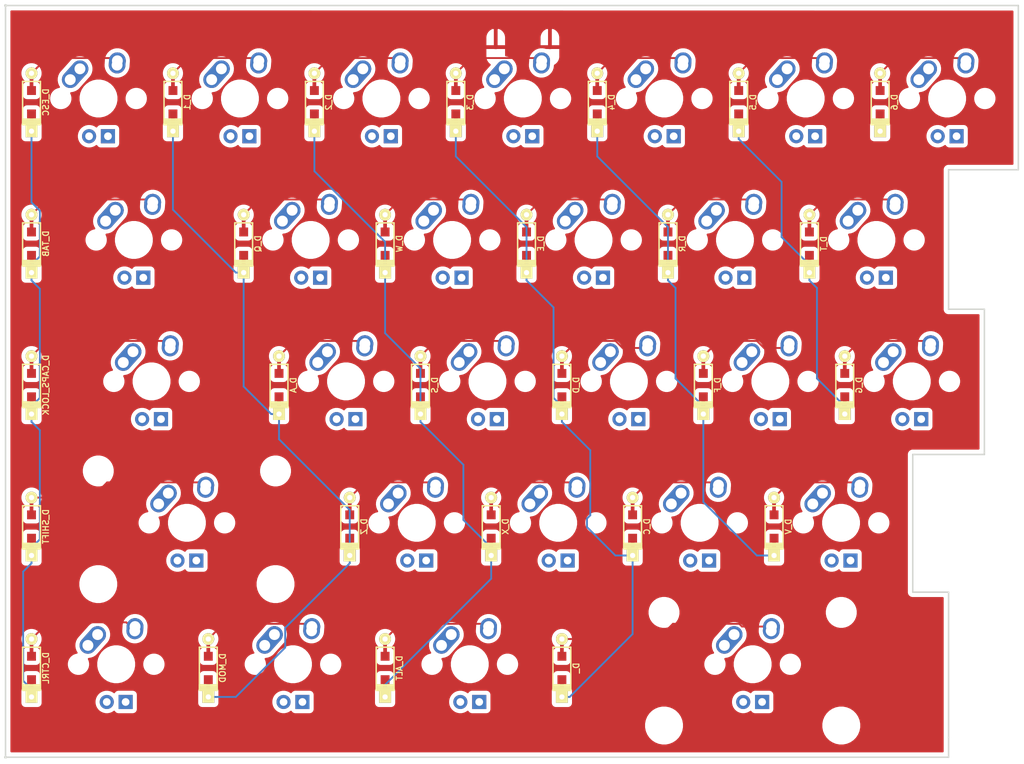
<source format=kicad_pcb>
(kicad_pcb (version 20171130) (host pcbnew "(5.1.4)-1")
  (layers (0 F.Cu signal) (31 B.Cu signal) (34 B.Paste user hide) (35 F.Paste user hide) (36 B.SilkS user hide) (37 F.SilkS user) (38 B.Mask user hide) (39 F.Mask user hide) (44 Edge.Cuts user))
  (net 0 "")
  (net 1 GND)
  (net 2 VCC)
  (net 3 /col0)
  (net 4 /col1)
  (net 5 /col2)
  (net 6 /col3)
  (net 7 /col4)
  (net 8 /col5)
  (net 9 /col6)
  (net 10 "Net-(K_ESC-Pad1)")
  (net 11 "Net-(K_ESC-Pad3)")
  (net 12 "Net-(K_ESC-Pad4)")
  (net 13 "Net-(D_ESC-Pad2)")
  (net 14 "Net-(K_1-Pad1)")
  (net 15 "Net-(K_1-Pad3)")
  (net 16 "Net-(K_1-Pad4)")
  (net 17 "Net-(D_1-Pad2)")
  (net 18 "Net-(K_2-Pad1)")
  (net 19 "Net-(K_2-Pad3)")
  (net 20 "Net-(K_2-Pad4)")
  (net 21 "Net-(D_2-Pad2)")
  (net 22 "Net-(K_3-Pad1)")
  (net 23 "Net-(K_3-Pad3)")
  (net 24 "Net-(K_3-Pad4)")
  (net 25 "Net-(D_3-Pad2)")
  (net 26 "Net-(K_4-Pad1)")
  (net 27 "Net-(K_4-Pad3)")
  (net 28 "Net-(K_4-Pad4)")
  (net 29 "Net-(D_4-Pad2)")
  (net 30 "Net-(K_5-Pad1)")
  (net 31 "Net-(K_5-Pad3)")
  (net 32 "Net-(K_5-Pad4)")
  (net 33 "Net-(D_5-Pad2)")
  (net 34 "Net-(K_6-Pad1)")
  (net 35 "Net-(K_6-Pad3)")
  (net 36 "Net-(K_6-Pad4)")
  (net 37 "Net-(D_6-Pad2)")
  (net 38 "Net-(K_TAB-Pad1)")
  (net 39 "Net-(K_TAB-Pad3)")
  (net 40 "Net-(K_TAB-Pad4)")
  (net 41 "Net-(D_TAB-Pad2)")
  (net 42 "Net-(K_Q-Pad1)")
  (net 43 "Net-(K_Q-Pad3)")
  (net 44 "Net-(K_Q-Pad4)")
  (net 45 "Net-(D_Q-Pad2)")
  (net 46 "Net-(K_W-Pad1)")
  (net 47 "Net-(K_W-Pad3)")
  (net 48 "Net-(K_W-Pad4)")
  (net 49 "Net-(D_W-Pad2)")
  (net 50 "Net-(K_E-Pad1)")
  (net 51 "Net-(K_E-Pad3)")
  (net 52 "Net-(K_E-Pad4)")
  (net 53 "Net-(D_E-Pad2)")
  (net 54 "Net-(K_R-Pad1)")
  (net 55 "Net-(K_R-Pad3)")
  (net 56 "Net-(K_R-Pad4)")
  (net 57 "Net-(D_R-Pad2)")
  (net 58 "Net-(K_T-Pad1)")
  (net 59 "Net-(K_T-Pad3)")
  (net 60 "Net-(K_T-Pad4)")
  (net 61 "Net-(D_T-Pad2)")
  (net 62 "Net-(K_CAPS_LOCK-Pad1)")
  (net 63 "Net-(K_CAPS_LOCK-Pad3)")
  (net 64 "Net-(K_CAPS_LOCK-Pad4)")
  (net 65 "Net-(D_CAPS_LOCK-Pad2)")
  (net 66 "Net-(K_A-Pad1)")
  (net 67 "Net-(K_A-Pad3)")
  (net 68 "Net-(K_A-Pad4)")
  (net 69 "Net-(D_A-Pad2)")
  (net 70 "Net-(K_S-Pad1)")
  (net 71 "Net-(K_S-Pad3)")
  (net 72 "Net-(K_S-Pad4)")
  (net 73 "Net-(D_S-Pad2)")
  (net 74 "Net-(K_D-Pad1)")
  (net 75 "Net-(K_D-Pad3)")
  (net 76 "Net-(K_D-Pad4)")
  (net 77 "Net-(D_D-Pad2)")
  (net 78 "Net-(K_F-Pad1)")
  (net 79 "Net-(K_F-Pad3)")
  (net 80 "Net-(K_F-Pad4)")
  (net 81 "Net-(D_F-Pad2)")
  (net 82 "Net-(K_G-Pad1)")
  (net 83 "Net-(K_G-Pad3)")
  (net 84 "Net-(K_G-Pad4)")
  (net 85 "Net-(D_G-Pad2)")
  (net 86 "Net-(K_SHIFT-Pad1)")
  (net 87 "Net-(K_SHIFT-Pad3)")
  (net 88 "Net-(K_SHIFT-Pad4)")
  (net 89 "Net-(D_SHIFT-Pad2)")
  (net 90 "Net-(K_Z-Pad1)")
  (net 91 "Net-(K_Z-Pad3)")
  (net 92 "Net-(K_Z-Pad4)")
  (net 93 "Net-(D_Z-Pad2)")
  (net 94 "Net-(K_X-Pad1)")
  (net 95 "Net-(K_X-Pad3)")
  (net 96 "Net-(K_X-Pad4)")
  (net 97 "Net-(D_X-Pad2)")
  (net 98 "Net-(K_C-Pad1)")
  (net 99 "Net-(K_C-Pad3)")
  (net 100 "Net-(K_C-Pad4)")
  (net 101 "Net-(D_C-Pad2)")
  (net 102 "Net-(K_V-Pad1)")
  (net 103 "Net-(K_V-Pad3)")
  (net 104 "Net-(K_V-Pad4)")
  (net 105 "Net-(D_V-Pad2)")
  (net 106 "Net-(K_CTRL-Pad1)")
  (net 107 "Net-(K_CTRL-Pad3)")
  (net 108 "Net-(K_CTRL-Pad4)")
  (net 109 "Net-(D_CTRL-Pad2)")
  (net 110 "Net-(K_MOD-Pad1)")
  (net 111 "Net-(K_MOD-Pad3)")
  (net 112 "Net-(K_MOD-Pad4)")
  (net 113 "Net-(D_MOD-Pad2)")
  (net 114 "Net-(K_ALT-Pad1)")
  (net 115 "Net-(K_ALT-Pad3)")
  (net 116 "Net-(K_ALT-Pad4)")
  (net 117 "Net-(D_ALT-Pad2)")
  (net 118 "Net-(K_-Pad1)")
  (net 119 "Net-(K_-Pad3)")
  (net 120 "Net-(K_-Pad4)")
  (net 121 "Net-(D_-Pad2)")
  (module MX_Alps_Hybrid:MX-1U-NoLED (layer F.Cu) (at 29.525 29.525)
    (fp_text reference K_ESC)
    (fp_text value KEYSW)
    (pad 1 thru_hole circle (at -2.5 -4) (size 2.25 2.25) (drill 1.47) (layers *.Cu B.Mask) (net 10 "Net-(K_ESC-Pad1)"))
    (pad 1 thru_hole oval (at -3.81 -2.54 48.0996) (size 4.211556 2.25) (drill 1.47 (offset 0.980778 0)) (layers *.Cu B.Mask) (net 10 "Net-(K_ESC-Pad1)"))
    (pad 2 thru_hole oval (at 2.5 -4.5 86.0548) (size 2.831378 2.25) (drill 1.47 (offset 0.290689 0)) (layers *.Cu B.Mask) (net 13 "Net-(D_ESC-Pad2)"))
    (pad 2 thru_hole circle (at 2.54 -5.08) (size 2.25 2.25) (drill 1.47) (layers *.Cu B.Mask) (net 13 "Net-(D_ESC-Pad2)"))
    (pad "" np_thru_hole circle (at 0 0) (size 3.9878 3.9878) (drill 3.9878) (layers *.Cu *.Mask))
    (pad "" np_thru_hole circle (at -5.08 0 48.0996) (size 1.75 1.75) (drill 1.75) (layers *.Cu *.Mask))
    (pad "" np_thru_hole circle (at 5.08 0 48.0996) (size 1.75 1.75) (drill 1.75) (layers *.Cu *.Mask))
    (pad 3 thru_hole circle (at -1.27 5.08) (size 1.905 1.905) (drill 1.04) (layers *.Cu B.Mask) (net 11 "Net-(K_ESC-Pad3)"))
    (pad 4 thru_hole rect (at 1.27 5.08) (size 1.905 1.905) (drill 1.04) (layers *.Cu B.Mask) (net 12 "Net-(K_ESC-Pad4)"))
    (pad "" np_thru_hole circle (at 0 0) (size 3.9878 3.9878) (drill 3.9878) (layers *.Cu *.Mask))
    (pad "" np_thru_hole circle (at -5.08 0 48.0996) (size 1.75 1.75) (drill 1.75) (layers *.Cu *.Mask))
    (pad "" np_thru_hole circle (at 5.08 0 48.0996) (size 1.75 1.75) (drill 1.75) (layers *.Cu *.Mask))
  )
  (module keyboard_parts:D_SOD123_axial (layer F.Cu) (at 20.5 30.025 90)
    (fp_text reference D_ESC (at 0 1.925 90) (layer F.SilkS) (effects (font (size 0.8 0.8)) (justify mirror)))
    (fp_text value D hide)
    (pad 1 smd rect (at -2.7 0 90) (size 2.5 0.5) (layers F.Cu) (net 3 /col0))
    (pad 1 smd rect (at -1.575 0 90) (size 1.2 1.2) (layers F.Cu F.Paste F.Mask) (net 3 /col0))
    (pad 1 thru_hole rect (at -3.9 0 90) (size 1.6 1.6) (drill 0.7) (layers *.Cu *.Mask F.SilkS) (net 3 /col0))
    (pad 2 smd rect (at 1.575 0 90) (size 1.2 1.2) (layers F.Cu F.Paste F.Mask) (net 13 "Net-(D_ESC-Pad2)"))
    (pad 2 smd rect (at 2.7 0 90) (size 2.5 0.5) (layers F.Cu) (net 13 "Net-(D_ESC-Pad2)"))
    (pad 2 thru_hole circle (at 3.9 0 90) (size 1.6 1.6) (drill 0.7) (layers *.Cu *.Mask F.SilkS) (net 13 "Net-(D_ESC-Pad2)"))
  )
  (module MX_Alps_Hybrid:MX-1U-NoLED (layer F.Cu) (at 48.575 29.525)
    (fp_text reference K_1)
    (fp_text value KEYSW)
    (pad 1 thru_hole circle (at -2.5 -4) (size 2.25 2.25) (drill 1.47) (layers *.Cu B.Mask) (net 14 "Net-(K_1-Pad1)"))
    (pad 1 thru_hole oval (at -3.81 -2.54 48.0996) (size 4.211556 2.25) (drill 1.47 (offset 0.980778 0)) (layers *.Cu B.Mask) (net 14 "Net-(K_1-Pad1)"))
    (pad 2 thru_hole oval (at 2.5 -4.5 86.0548) (size 2.831378 2.25) (drill 1.47 (offset 0.290689 0)) (layers *.Cu B.Mask) (net 17 "Net-(D_1-Pad2)"))
    (pad 2 thru_hole circle (at 2.54 -5.08) (size 2.25 2.25) (drill 1.47) (layers *.Cu B.Mask) (net 17 "Net-(D_1-Pad2)"))
    (pad "" np_thru_hole circle (at 0 0) (size 3.9878 3.9878) (drill 3.9878) (layers *.Cu *.Mask))
    (pad "" np_thru_hole circle (at -5.08 0 48.0996) (size 1.75 1.75) (drill 1.75) (layers *.Cu *.Mask))
    (pad "" np_thru_hole circle (at 5.08 0 48.0996) (size 1.75 1.75) (drill 1.75) (layers *.Cu *.Mask))
    (pad 3 thru_hole circle (at -1.27 5.08) (size 1.905 1.905) (drill 1.04) (layers *.Cu B.Mask) (net 15 "Net-(K_1-Pad3)"))
    (pad 4 thru_hole rect (at 1.27 5.08) (size 1.905 1.905) (drill 1.04) (layers *.Cu B.Mask) (net 16 "Net-(K_1-Pad4)"))
    (pad "" np_thru_hole circle (at 0 0) (size 3.9878 3.9878) (drill 3.9878) (layers *.Cu *.Mask))
    (pad "" np_thru_hole circle (at -5.08 0 48.0996) (size 1.75 1.75) (drill 1.75) (layers *.Cu *.Mask))
    (pad "" np_thru_hole circle (at 5.08 0 48.0996) (size 1.75 1.75) (drill 1.75) (layers *.Cu *.Mask))
  )
  (module keyboard_parts:D_SOD123_axial (layer F.Cu) (at 39.55 30.025 90)
    (fp_text reference D_1 (at 0 1.925 90) (layer F.SilkS) (effects (font (size 0.8 0.8)) (justify mirror)))
    (fp_text value D hide)
    (pad 1 smd rect (at -2.7 0 90) (size 2.5 0.5) (layers F.Cu) (net 4 /col1))
    (pad 1 smd rect (at -1.575 0 90) (size 1.2 1.2) (layers F.Cu F.Paste F.Mask) (net 4 /col1))
    (pad 1 thru_hole rect (at -3.9 0 90) (size 1.6 1.6) (drill 0.7) (layers *.Cu *.Mask F.SilkS) (net 4 /col1))
    (pad 2 smd rect (at 1.575 0 90) (size 1.2 1.2) (layers F.Cu F.Paste F.Mask) (net 17 "Net-(D_1-Pad2)"))
    (pad 2 smd rect (at 2.7 0 90) (size 2.5 0.5) (layers F.Cu) (net 17 "Net-(D_1-Pad2)"))
    (pad 2 thru_hole circle (at 3.9 0 90) (size 1.6 1.6) (drill 0.7) (layers *.Cu *.Mask F.SilkS) (net 17 "Net-(D_1-Pad2)"))
  )
  (module MX_Alps_Hybrid:MX-1U-NoLED (layer F.Cu) (at 67.625 29.525)
    (fp_text reference K_2)
    (fp_text value KEYSW)
    (pad 1 thru_hole circle (at -2.5 -4) (size 2.25 2.25) (drill 1.47) (layers *.Cu B.Mask) (net 18 "Net-(K_2-Pad1)"))
    (pad 1 thru_hole oval (at -3.81 -2.54 48.0996) (size 4.211556 2.25) (drill 1.47 (offset 0.980778 0)) (layers *.Cu B.Mask) (net 18 "Net-(K_2-Pad1)"))
    (pad 2 thru_hole oval (at 2.5 -4.5 86.0548) (size 2.831378 2.25) (drill 1.47 (offset 0.290689 0)) (layers *.Cu B.Mask) (net 21 "Net-(D_2-Pad2)"))
    (pad 2 thru_hole circle (at 2.54 -5.08) (size 2.25 2.25) (drill 1.47) (layers *.Cu B.Mask) (net 21 "Net-(D_2-Pad2)"))
    (pad "" np_thru_hole circle (at 0 0) (size 3.9878 3.9878) (drill 3.9878) (layers *.Cu *.Mask))
    (pad "" np_thru_hole circle (at -5.08 0 48.0996) (size 1.75 1.75) (drill 1.75) (layers *.Cu *.Mask))
    (pad "" np_thru_hole circle (at 5.08 0 48.0996) (size 1.75 1.75) (drill 1.75) (layers *.Cu *.Mask))
    (pad 3 thru_hole circle (at -1.27 5.08) (size 1.905 1.905) (drill 1.04) (layers *.Cu B.Mask) (net 19 "Net-(K_2-Pad3)"))
    (pad 4 thru_hole rect (at 1.27 5.08) (size 1.905 1.905) (drill 1.04) (layers *.Cu B.Mask) (net 20 "Net-(K_2-Pad4)"))
    (pad "" np_thru_hole circle (at 0 0) (size 3.9878 3.9878) (drill 3.9878) (layers *.Cu *.Mask))
    (pad "" np_thru_hole circle (at -5.08 0 48.0996) (size 1.75 1.75) (drill 1.75) (layers *.Cu *.Mask))
    (pad "" np_thru_hole circle (at 5.08 0 48.0996) (size 1.75 1.75) (drill 1.75) (layers *.Cu *.Mask))
  )
  (module keyboard_parts:D_SOD123_axial (layer F.Cu) (at 58.6 30.025 90)
    (fp_text reference D_2 (at 0 1.925 90) (layer F.SilkS) (effects (font (size 0.8 0.8)) (justify mirror)))
    (fp_text value D hide)
    (pad 1 smd rect (at -2.7 0 90) (size 2.5 0.5) (layers F.Cu) (net 5 /col2))
    (pad 1 smd rect (at -1.575 0 90) (size 1.2 1.2) (layers F.Cu F.Paste F.Mask) (net 5 /col2))
    (pad 1 thru_hole rect (at -3.9 0 90) (size 1.6 1.6) (drill 0.7) (layers *.Cu *.Mask F.SilkS) (net 5 /col2))
    (pad 2 smd rect (at 1.575 0 90) (size 1.2 1.2) (layers F.Cu F.Paste F.Mask) (net 21 "Net-(D_2-Pad2)"))
    (pad 2 smd rect (at 2.7 0 90) (size 2.5 0.5) (layers F.Cu) (net 21 "Net-(D_2-Pad2)"))
    (pad 2 thru_hole circle (at 3.9 0 90) (size 1.6 1.6) (drill 0.7) (layers *.Cu *.Mask F.SilkS) (net 21 "Net-(D_2-Pad2)"))
  )
  (module MX_Alps_Hybrid:MX-1U-NoLED (layer F.Cu) (at 86.675 29.525)
    (fp_text reference K_3)
    (fp_text value KEYSW)
    (pad 1 thru_hole circle (at -2.5 -4) (size 2.25 2.25) (drill 1.47) (layers *.Cu B.Mask) (net 22 "Net-(K_3-Pad1)"))
    (pad 1 thru_hole oval (at -3.81 -2.54 48.0996) (size 4.211556 2.25) (drill 1.47 (offset 0.980778 0)) (layers *.Cu B.Mask) (net 22 "Net-(K_3-Pad1)"))
    (pad 2 thru_hole oval (at 2.5 -4.5 86.0548) (size 2.831378 2.25) (drill 1.47 (offset 0.290689 0)) (layers *.Cu B.Mask) (net 25 "Net-(D_3-Pad2)"))
    (pad 2 thru_hole circle (at 2.54 -5.08) (size 2.25 2.25) (drill 1.47) (layers *.Cu B.Mask) (net 25 "Net-(D_3-Pad2)"))
    (pad "" np_thru_hole circle (at 0 0) (size 3.9878 3.9878) (drill 3.9878) (layers *.Cu *.Mask))
    (pad "" np_thru_hole circle (at -5.08 0 48.0996) (size 1.75 1.75) (drill 1.75) (layers *.Cu *.Mask))
    (pad "" np_thru_hole circle (at 5.08 0 48.0996) (size 1.75 1.75) (drill 1.75) (layers *.Cu *.Mask))
    (pad 3 thru_hole circle (at -1.27 5.08) (size 1.905 1.905) (drill 1.04) (layers *.Cu B.Mask) (net 23 "Net-(K_3-Pad3)"))
    (pad 4 thru_hole rect (at 1.27 5.08) (size 1.905 1.905) (drill 1.04) (layers *.Cu B.Mask) (net 24 "Net-(K_3-Pad4)"))
    (pad "" np_thru_hole circle (at 0 0) (size 3.9878 3.9878) (drill 3.9878) (layers *.Cu *.Mask))
    (pad "" np_thru_hole circle (at -5.08 0 48.0996) (size 1.75 1.75) (drill 1.75) (layers *.Cu *.Mask))
    (pad "" np_thru_hole circle (at 5.08 0 48.0996) (size 1.75 1.75) (drill 1.75) (layers *.Cu *.Mask))
  )
  (module keyboard_parts:D_SOD123_axial (layer F.Cu) (at 77.65 30.025 90)
    (fp_text reference D_3 (at 0 1.925 90) (layer F.SilkS) (effects (font (size 0.8 0.8)) (justify mirror)))
    (fp_text value D hide)
    (pad 1 smd rect (at -2.7 0 90) (size 2.5 0.5) (layers F.Cu) (net 6 /col3))
    (pad 1 smd rect (at -1.575 0 90) (size 1.2 1.2) (layers F.Cu F.Paste F.Mask) (net 6 /col3))
    (pad 1 thru_hole rect (at -3.9 0 90) (size 1.6 1.6) (drill 0.7) (layers *.Cu *.Mask F.SilkS) (net 6 /col3))
    (pad 2 smd rect (at 1.575 0 90) (size 1.2 1.2) (layers F.Cu F.Paste F.Mask) (net 25 "Net-(D_3-Pad2)"))
    (pad 2 smd rect (at 2.7 0 90) (size 2.5 0.5) (layers F.Cu) (net 25 "Net-(D_3-Pad2)"))
    (pad 2 thru_hole circle (at 3.9 0 90) (size 1.6 1.6) (drill 0.7) (layers *.Cu *.Mask F.SilkS) (net 25 "Net-(D_3-Pad2)"))
  )
  (module MX_Alps_Hybrid:MX-1U-NoLED (layer F.Cu) (at 105.725 29.525)
    (fp_text reference K_4)
    (fp_text value KEYSW)
    (pad 1 thru_hole circle (at -2.5 -4) (size 2.25 2.25) (drill 1.47) (layers *.Cu B.Mask) (net 26 "Net-(K_4-Pad1)"))
    (pad 1 thru_hole oval (at -3.81 -2.54 48.0996) (size 4.211556 2.25) (drill 1.47 (offset 0.980778 0)) (layers *.Cu B.Mask) (net 26 "Net-(K_4-Pad1)"))
    (pad 2 thru_hole oval (at 2.5 -4.5 86.0548) (size 2.831378 2.25) (drill 1.47 (offset 0.290689 0)) (layers *.Cu B.Mask) (net 29 "Net-(D_4-Pad2)"))
    (pad 2 thru_hole circle (at 2.54 -5.08) (size 2.25 2.25) (drill 1.47) (layers *.Cu B.Mask) (net 29 "Net-(D_4-Pad2)"))
    (pad "" np_thru_hole circle (at 0 0) (size 3.9878 3.9878) (drill 3.9878) (layers *.Cu *.Mask))
    (pad "" np_thru_hole circle (at -5.08 0 48.0996) (size 1.75 1.75) (drill 1.75) (layers *.Cu *.Mask))
    (pad "" np_thru_hole circle (at 5.08 0 48.0996) (size 1.75 1.75) (drill 1.75) (layers *.Cu *.Mask))
    (pad 3 thru_hole circle (at -1.27 5.08) (size 1.905 1.905) (drill 1.04) (layers *.Cu B.Mask) (net 27 "Net-(K_4-Pad3)"))
    (pad 4 thru_hole rect (at 1.27 5.08) (size 1.905 1.905) (drill 1.04) (layers *.Cu B.Mask) (net 28 "Net-(K_4-Pad4)"))
    (pad "" np_thru_hole circle (at 0 0) (size 3.9878 3.9878) (drill 3.9878) (layers *.Cu *.Mask))
    (pad "" np_thru_hole circle (at -5.08 0 48.0996) (size 1.75 1.75) (drill 1.75) (layers *.Cu *.Mask))
    (pad "" np_thru_hole circle (at 5.08 0 48.0996) (size 1.75 1.75) (drill 1.75) (layers *.Cu *.Mask))
  )
  (module keyboard_parts:D_SOD123_axial (layer F.Cu) (at 96.7 30.025 90)
    (fp_text reference D_4 (at 0 1.925 90) (layer F.SilkS) (effects (font (size 0.8 0.8)) (justify mirror)))
    (fp_text value D hide)
    (pad 1 smd rect (at -2.7 0 90) (size 2.5 0.5) (layers F.Cu) (net 7 /col4))
    (pad 1 smd rect (at -1.575 0 90) (size 1.2 1.2) (layers F.Cu F.Paste F.Mask) (net 7 /col4))
    (pad 1 thru_hole rect (at -3.9 0 90) (size 1.6 1.6) (drill 0.7) (layers *.Cu *.Mask F.SilkS) (net 7 /col4))
    (pad 2 smd rect (at 1.575 0 90) (size 1.2 1.2) (layers F.Cu F.Paste F.Mask) (net 29 "Net-(D_4-Pad2)"))
    (pad 2 smd rect (at 2.7 0 90) (size 2.5 0.5) (layers F.Cu) (net 29 "Net-(D_4-Pad2)"))
    (pad 2 thru_hole circle (at 3.9 0 90) (size 1.6 1.6) (drill 0.7) (layers *.Cu *.Mask F.SilkS) (net 29 "Net-(D_4-Pad2)"))
  )
  (module MX_Alps_Hybrid:MX-1U-NoLED (layer F.Cu) (at 124.775 29.525)
    (fp_text reference K_5)
    (fp_text value KEYSW)
    (pad 1 thru_hole circle (at -2.5 -4) (size 2.25 2.25) (drill 1.47) (layers *.Cu B.Mask) (net 30 "Net-(K_5-Pad1)"))
    (pad 1 thru_hole oval (at -3.81 -2.54 48.0996) (size 4.211556 2.25) (drill 1.47 (offset 0.980778 0)) (layers *.Cu B.Mask) (net 30 "Net-(K_5-Pad1)"))
    (pad 2 thru_hole oval (at 2.5 -4.5 86.0548) (size 2.831378 2.25) (drill 1.47 (offset 0.290689 0)) (layers *.Cu B.Mask) (net 33 "Net-(D_5-Pad2)"))
    (pad 2 thru_hole circle (at 2.54 -5.08) (size 2.25 2.25) (drill 1.47) (layers *.Cu B.Mask) (net 33 "Net-(D_5-Pad2)"))
    (pad "" np_thru_hole circle (at 0 0) (size 3.9878 3.9878) (drill 3.9878) (layers *.Cu *.Mask))
    (pad "" np_thru_hole circle (at -5.08 0 48.0996) (size 1.75 1.75) (drill 1.75) (layers *.Cu *.Mask))
    (pad "" np_thru_hole circle (at 5.08 0 48.0996) (size 1.75 1.75) (drill 1.75) (layers *.Cu *.Mask))
    (pad 3 thru_hole circle (at -1.27 5.08) (size 1.905 1.905) (drill 1.04) (layers *.Cu B.Mask) (net 31 "Net-(K_5-Pad3)"))
    (pad 4 thru_hole rect (at 1.27 5.08) (size 1.905 1.905) (drill 1.04) (layers *.Cu B.Mask) (net 32 "Net-(K_5-Pad4)"))
    (pad "" np_thru_hole circle (at 0 0) (size 3.9878 3.9878) (drill 3.9878) (layers *.Cu *.Mask))
    (pad "" np_thru_hole circle (at -5.08 0 48.0996) (size 1.75 1.75) (drill 1.75) (layers *.Cu *.Mask))
    (pad "" np_thru_hole circle (at 5.08 0 48.0996) (size 1.75 1.75) (drill 1.75) (layers *.Cu *.Mask))
  )
  (module keyboard_parts:D_SOD123_axial (layer F.Cu) (at 115.75 30.025 90)
    (fp_text reference D_5 (at 0 1.925 90) (layer F.SilkS) (effects (font (size 0.8 0.8)) (justify mirror)))
    (fp_text value D hide)
    (pad 1 smd rect (at -2.7 0 90) (size 2.5 0.5) (layers F.Cu) (net 8 /col5))
    (pad 1 smd rect (at -1.575 0 90) (size 1.2 1.2) (layers F.Cu F.Paste F.Mask) (net 8 /col5))
    (pad 1 thru_hole rect (at -3.9 0 90) (size 1.6 1.6) (drill 0.7) (layers *.Cu *.Mask F.SilkS) (net 8 /col5))
    (pad 2 smd rect (at 1.575 0 90) (size 1.2 1.2) (layers F.Cu F.Paste F.Mask) (net 33 "Net-(D_5-Pad2)"))
    (pad 2 smd rect (at 2.7 0 90) (size 2.5 0.5) (layers F.Cu) (net 33 "Net-(D_5-Pad2)"))
    (pad 2 thru_hole circle (at 3.9 0 90) (size 1.6 1.6) (drill 0.7) (layers *.Cu *.Mask F.SilkS) (net 33 "Net-(D_5-Pad2)"))
  )
  (module MX_Alps_Hybrid:MX-1U-NoLED (layer F.Cu) (at 143.825 29.525)
    (fp_text reference K_6)
    (fp_text value KEYSW)
    (pad 1 thru_hole circle (at -2.5 -4) (size 2.25 2.25) (drill 1.47) (layers *.Cu B.Mask) (net 34 "Net-(K_6-Pad1)"))
    (pad 1 thru_hole oval (at -3.81 -2.54 48.0996) (size 4.211556 2.25) (drill 1.47 (offset 0.980778 0)) (layers *.Cu B.Mask) (net 34 "Net-(K_6-Pad1)"))
    (pad 2 thru_hole oval (at 2.5 -4.5 86.0548) (size 2.831378 2.25) (drill 1.47 (offset 0.290689 0)) (layers *.Cu B.Mask) (net 37 "Net-(D_6-Pad2)"))
    (pad 2 thru_hole circle (at 2.54 -5.08) (size 2.25 2.25) (drill 1.47) (layers *.Cu B.Mask) (net 37 "Net-(D_6-Pad2)"))
    (pad "" np_thru_hole circle (at 0 0) (size 3.9878 3.9878) (drill 3.9878) (layers *.Cu *.Mask))
    (pad "" np_thru_hole circle (at -5.08 0 48.0996) (size 1.75 1.75) (drill 1.75) (layers *.Cu *.Mask))
    (pad "" np_thru_hole circle (at 5.08 0 48.0996) (size 1.75 1.75) (drill 1.75) (layers *.Cu *.Mask))
    (pad 3 thru_hole circle (at -1.27 5.08) (size 1.905 1.905) (drill 1.04) (layers *.Cu B.Mask) (net 35 "Net-(K_6-Pad3)"))
    (pad 4 thru_hole rect (at 1.27 5.08) (size 1.905 1.905) (drill 1.04) (layers *.Cu B.Mask) (net 36 "Net-(K_6-Pad4)"))
    (pad "" np_thru_hole circle (at 0 0) (size 3.9878 3.9878) (drill 3.9878) (layers *.Cu *.Mask))
    (pad "" np_thru_hole circle (at -5.08 0 48.0996) (size 1.75 1.75) (drill 1.75) (layers *.Cu *.Mask))
    (pad "" np_thru_hole circle (at 5.08 0 48.0996) (size 1.75 1.75) (drill 1.75) (layers *.Cu *.Mask))
  )
  (module keyboard_parts:D_SOD123_axial (layer F.Cu) (at 134.8 30.025 90)
    (fp_text reference D_6 (at 0 1.925 90) (layer F.SilkS) (effects (font (size 0.8 0.8)) (justify mirror)))
    (fp_text value D hide)
    (pad 1 smd rect (at -2.7 0 90) (size 2.5 0.5) (layers F.Cu) (net 9 /col6))
    (pad 1 smd rect (at -1.575 0 90) (size 1.2 1.2) (layers F.Cu F.Paste F.Mask) (net 9 /col6))
    (pad 1 thru_hole rect (at -3.9 0 90) (size 1.6 1.6) (drill 0.7) (layers *.Cu *.Mask F.SilkS) (net 9 /col6))
    (pad 2 smd rect (at 1.575 0 90) (size 1.2 1.2) (layers F.Cu F.Paste F.Mask) (net 37 "Net-(D_6-Pad2)"))
    (pad 2 smd rect (at 2.7 0 90) (size 2.5 0.5) (layers F.Cu) (net 37 "Net-(D_6-Pad2)"))
    (pad 2 thru_hole circle (at 3.9 0 90) (size 1.6 1.6) (drill 0.7) (layers *.Cu *.Mask F.SilkS) (net 37 "Net-(D_6-Pad2)"))
  )
  (module MX_Alps_Hybrid:MX-1.5U-NoLED (layer F.Cu) (at 34.2875 48.575)
    (fp_text reference K_TAB)
    (fp_text value KEYSW)
    (pad 1 thru_hole circle (at -2.5 -4) (size 2.25 2.25) (drill 1.47) (layers *.Cu B.Mask) (net 38 "Net-(K_TAB-Pad1)"))
    (pad 1 thru_hole oval (at -3.81 -2.54 48.0996) (size 4.211556 2.25) (drill 1.47 (offset 0.980778 0)) (layers *.Cu B.Mask) (net 38 "Net-(K_TAB-Pad1)"))
    (pad 2 thru_hole oval (at 2.5 -4.5 86.0548) (size 2.831378 2.25) (drill 1.47 (offset 0.290689 0)) (layers *.Cu B.Mask) (net 41 "Net-(D_TAB-Pad2)"))
    (pad 2 thru_hole circle (at 2.54 -5.08) (size 2.25 2.25) (drill 1.47) (layers *.Cu B.Mask) (net 41 "Net-(D_TAB-Pad2)"))
    (pad "" np_thru_hole circle (at 0 0) (size 3.9878 3.9878) (drill 3.9878) (layers *.Cu *.Mask))
    (pad "" np_thru_hole circle (at -5.08 0 48.0996) (size 1.75 1.75) (drill 1.75) (layers *.Cu *.Mask))
    (pad "" np_thru_hole circle (at 5.08 0 48.0996) (size 1.75 1.75) (drill 1.75) (layers *.Cu *.Mask))
    (pad 3 thru_hole circle (at -1.27 5.08) (size 1.905 1.905) (drill 1.04) (layers *.Cu B.Mask) (net 39 "Net-(K_TAB-Pad3)"))
    (pad 4 thru_hole rect (at 1.27 5.08) (size 1.905 1.905) (drill 1.04) (layers *.Cu B.Mask) (net 40 "Net-(K_TAB-Pad4)"))
    (pad "" np_thru_hole circle (at 0 0) (size 3.9878 3.9878) (drill 3.9878) (layers *.Cu *.Mask))
    (pad "" np_thru_hole circle (at -5.08 0 48.0996) (size 1.75 1.75) (drill 1.75) (layers *.Cu *.Mask))
    (pad "" np_thru_hole circle (at 5.08 0 48.0996) (size 1.75 1.75) (drill 1.75) (layers *.Cu *.Mask))
  )
  (module keyboard_parts:D_SOD123_axial (layer F.Cu) (at 20.5 49.075 90)
    (fp_text reference D_TAB (at 0 1.925 90) (layer F.SilkS) (effects (font (size 0.8 0.8)) (justify mirror)))
    (fp_text value D hide)
    (pad 1 smd rect (at -2.7 0 90) (size 2.5 0.5) (layers F.Cu) (net 3 /col0))
    (pad 1 smd rect (at -1.575 0 90) (size 1.2 1.2) (layers F.Cu F.Paste F.Mask) (net 3 /col0))
    (pad 1 thru_hole rect (at -3.9 0 90) (size 1.6 1.6) (drill 0.7) (layers *.Cu *.Mask F.SilkS) (net 3 /col0))
    (pad 2 smd rect (at 1.575 0 90) (size 1.2 1.2) (layers F.Cu F.Paste F.Mask) (net 41 "Net-(D_TAB-Pad2)"))
    (pad 2 smd rect (at 2.7 0 90) (size 2.5 0.5) (layers F.Cu) (net 41 "Net-(D_TAB-Pad2)"))
    (pad 2 thru_hole circle (at 3.9 0 90) (size 1.6 1.6) (drill 0.7) (layers *.Cu *.Mask F.SilkS) (net 41 "Net-(D_TAB-Pad2)"))
  )
  (module MX_Alps_Hybrid:MX-1U-NoLED (layer F.Cu) (at 58.1 48.575)
    (fp_text reference K_Q)
    (fp_text value KEYSW)
    (pad 1 thru_hole circle (at -2.5 -4) (size 2.25 2.25) (drill 1.47) (layers *.Cu B.Mask) (net 42 "Net-(K_Q-Pad1)"))
    (pad 1 thru_hole oval (at -3.81 -2.54 48.0996) (size 4.211556 2.25) (drill 1.47 (offset 0.980778 0)) (layers *.Cu B.Mask) (net 42 "Net-(K_Q-Pad1)"))
    (pad 2 thru_hole oval (at 2.5 -4.5 86.0548) (size 2.831378 2.25) (drill 1.47 (offset 0.290689 0)) (layers *.Cu B.Mask) (net 45 "Net-(D_Q-Pad2)"))
    (pad 2 thru_hole circle (at 2.54 -5.08) (size 2.25 2.25) (drill 1.47) (layers *.Cu B.Mask) (net 45 "Net-(D_Q-Pad2)"))
    (pad "" np_thru_hole circle (at 0 0) (size 3.9878 3.9878) (drill 3.9878) (layers *.Cu *.Mask))
    (pad "" np_thru_hole circle (at -5.08 0 48.0996) (size 1.75 1.75) (drill 1.75) (layers *.Cu *.Mask))
    (pad "" np_thru_hole circle (at 5.08 0 48.0996) (size 1.75 1.75) (drill 1.75) (layers *.Cu *.Mask))
    (pad 3 thru_hole circle (at -1.27 5.08) (size 1.905 1.905) (drill 1.04) (layers *.Cu B.Mask) (net 43 "Net-(K_Q-Pad3)"))
    (pad 4 thru_hole rect (at 1.27 5.08) (size 1.905 1.905) (drill 1.04) (layers *.Cu B.Mask) (net 44 "Net-(K_Q-Pad4)"))
    (pad "" np_thru_hole circle (at 0 0) (size 3.9878 3.9878) (drill 3.9878) (layers *.Cu *.Mask))
    (pad "" np_thru_hole circle (at -5.08 0 48.0996) (size 1.75 1.75) (drill 1.75) (layers *.Cu *.Mask))
    (pad "" np_thru_hole circle (at 5.08 0 48.0996) (size 1.75 1.75) (drill 1.75) (layers *.Cu *.Mask))
  )
  (module keyboard_parts:D_SOD123_axial (layer F.Cu) (at 49.075 49.075 90)
    (fp_text reference D_Q (at 0 1.925 90) (layer F.SilkS) (effects (font (size 0.8 0.8)) (justify mirror)))
    (fp_text value D hide)
    (pad 1 smd rect (at -2.7 0 90) (size 2.5 0.5) (layers F.Cu) (net 4 /col1))
    (pad 1 smd rect (at -1.575 0 90) (size 1.2 1.2) (layers F.Cu F.Paste F.Mask) (net 4 /col1))
    (pad 1 thru_hole rect (at -3.9 0 90) (size 1.6 1.6) (drill 0.7) (layers *.Cu *.Mask F.SilkS) (net 4 /col1))
    (pad 2 smd rect (at 1.575 0 90) (size 1.2 1.2) (layers F.Cu F.Paste F.Mask) (net 45 "Net-(D_Q-Pad2)"))
    (pad 2 smd rect (at 2.7 0 90) (size 2.5 0.5) (layers F.Cu) (net 45 "Net-(D_Q-Pad2)"))
    (pad 2 thru_hole circle (at 3.9 0 90) (size 1.6 1.6) (drill 0.7) (layers *.Cu *.Mask F.SilkS) (net 45 "Net-(D_Q-Pad2)"))
  )
  (module MX_Alps_Hybrid:MX-1U-NoLED (layer F.Cu) (at 77.15 48.575)
    (fp_text reference K_W)
    (fp_text value KEYSW)
    (pad 1 thru_hole circle (at -2.5 -4) (size 2.25 2.25) (drill 1.47) (layers *.Cu B.Mask) (net 46 "Net-(K_W-Pad1)"))
    (pad 1 thru_hole oval (at -3.81 -2.54 48.0996) (size 4.211556 2.25) (drill 1.47 (offset 0.980778 0)) (layers *.Cu B.Mask) (net 46 "Net-(K_W-Pad1)"))
    (pad 2 thru_hole oval (at 2.5 -4.5 86.0548) (size 2.831378 2.25) (drill 1.47 (offset 0.290689 0)) (layers *.Cu B.Mask) (net 49 "Net-(D_W-Pad2)"))
    (pad 2 thru_hole circle (at 2.54 -5.08) (size 2.25 2.25) (drill 1.47) (layers *.Cu B.Mask) (net 49 "Net-(D_W-Pad2)"))
    (pad "" np_thru_hole circle (at 0 0) (size 3.9878 3.9878) (drill 3.9878) (layers *.Cu *.Mask))
    (pad "" np_thru_hole circle (at -5.08 0 48.0996) (size 1.75 1.75) (drill 1.75) (layers *.Cu *.Mask))
    (pad "" np_thru_hole circle (at 5.08 0 48.0996) (size 1.75 1.75) (drill 1.75) (layers *.Cu *.Mask))
    (pad 3 thru_hole circle (at -1.27 5.08) (size 1.905 1.905) (drill 1.04) (layers *.Cu B.Mask) (net 47 "Net-(K_W-Pad3)"))
    (pad 4 thru_hole rect (at 1.27 5.08) (size 1.905 1.905) (drill 1.04) (layers *.Cu B.Mask) (net 48 "Net-(K_W-Pad4)"))
    (pad "" np_thru_hole circle (at 0 0) (size 3.9878 3.9878) (drill 3.9878) (layers *.Cu *.Mask))
    (pad "" np_thru_hole circle (at -5.08 0 48.0996) (size 1.75 1.75) (drill 1.75) (layers *.Cu *.Mask))
    (pad "" np_thru_hole circle (at 5.08 0 48.0996) (size 1.75 1.75) (drill 1.75) (layers *.Cu *.Mask))
  )
  (module keyboard_parts:D_SOD123_axial (layer F.Cu) (at 68.125 49.075 90)
    (fp_text reference D_W (at 0 1.925 90) (layer F.SilkS) (effects (font (size 0.8 0.8)) (justify mirror)))
    (fp_text value D hide)
    (pad 1 smd rect (at -2.7 0 90) (size 2.5 0.5) (layers F.Cu) (net 5 /col2))
    (pad 1 smd rect (at -1.575 0 90) (size 1.2 1.2) (layers F.Cu F.Paste F.Mask) (net 5 /col2))
    (pad 1 thru_hole rect (at -3.9 0 90) (size 1.6 1.6) (drill 0.7) (layers *.Cu *.Mask F.SilkS) (net 5 /col2))
    (pad 2 smd rect (at 1.575 0 90) (size 1.2 1.2) (layers F.Cu F.Paste F.Mask) (net 49 "Net-(D_W-Pad2)"))
    (pad 2 smd rect (at 2.7 0 90) (size 2.5 0.5) (layers F.Cu) (net 49 "Net-(D_W-Pad2)"))
    (pad 2 thru_hole circle (at 3.9 0 90) (size 1.6 1.6) (drill 0.7) (layers *.Cu *.Mask F.SilkS) (net 49 "Net-(D_W-Pad2)"))
  )
  (module MX_Alps_Hybrid:MX-1U-NoLED (layer F.Cu) (at 96.2 48.575)
    (fp_text reference K_E)
    (fp_text value KEYSW)
    (pad 1 thru_hole circle (at -2.5 -4) (size 2.25 2.25) (drill 1.47) (layers *.Cu B.Mask) (net 50 "Net-(K_E-Pad1)"))
    (pad 1 thru_hole oval (at -3.81 -2.54 48.0996) (size 4.211556 2.25) (drill 1.47 (offset 0.980778 0)) (layers *.Cu B.Mask) (net 50 "Net-(K_E-Pad1)"))
    (pad 2 thru_hole oval (at 2.5 -4.5 86.0548) (size 2.831378 2.25) (drill 1.47 (offset 0.290689 0)) (layers *.Cu B.Mask) (net 53 "Net-(D_E-Pad2)"))
    (pad 2 thru_hole circle (at 2.54 -5.08) (size 2.25 2.25) (drill 1.47) (layers *.Cu B.Mask) (net 53 "Net-(D_E-Pad2)"))
    (pad "" np_thru_hole circle (at 0 0) (size 3.9878 3.9878) (drill 3.9878) (layers *.Cu *.Mask))
    (pad "" np_thru_hole circle (at -5.08 0 48.0996) (size 1.75 1.75) (drill 1.75) (layers *.Cu *.Mask))
    (pad "" np_thru_hole circle (at 5.08 0 48.0996) (size 1.75 1.75) (drill 1.75) (layers *.Cu *.Mask))
    (pad 3 thru_hole circle (at -1.27 5.08) (size 1.905 1.905) (drill 1.04) (layers *.Cu B.Mask) (net 51 "Net-(K_E-Pad3)"))
    (pad 4 thru_hole rect (at 1.27 5.08) (size 1.905 1.905) (drill 1.04) (layers *.Cu B.Mask) (net 52 "Net-(K_E-Pad4)"))
    (pad "" np_thru_hole circle (at 0 0) (size 3.9878 3.9878) (drill 3.9878) (layers *.Cu *.Mask))
    (pad "" np_thru_hole circle (at -5.08 0 48.0996) (size 1.75 1.75) (drill 1.75) (layers *.Cu *.Mask))
    (pad "" np_thru_hole circle (at 5.08 0 48.0996) (size 1.75 1.75) (drill 1.75) (layers *.Cu *.Mask))
  )
  (module keyboard_parts:D_SOD123_axial (layer F.Cu) (at 87.175 49.075 90)
    (fp_text reference D_E (at 0 1.925 90) (layer F.SilkS) (effects (font (size 0.8 0.8)) (justify mirror)))
    (fp_text value D hide)
    (pad 1 smd rect (at -2.7 0 90) (size 2.5 0.5) (layers F.Cu) (net 6 /col3))
    (pad 1 smd rect (at -1.575 0 90) (size 1.2 1.2) (layers F.Cu F.Paste F.Mask) (net 6 /col3))
    (pad 1 thru_hole rect (at -3.9 0 90) (size 1.6 1.6) (drill 0.7) (layers *.Cu *.Mask F.SilkS) (net 6 /col3))
    (pad 2 smd rect (at 1.575 0 90) (size 1.2 1.2) (layers F.Cu F.Paste F.Mask) (net 53 "Net-(D_E-Pad2)"))
    (pad 2 smd rect (at 2.7 0 90) (size 2.5 0.5) (layers F.Cu) (net 53 "Net-(D_E-Pad2)"))
    (pad 2 thru_hole circle (at 3.9 0 90) (size 1.6 1.6) (drill 0.7) (layers *.Cu *.Mask F.SilkS) (net 53 "Net-(D_E-Pad2)"))
  )
  (module MX_Alps_Hybrid:MX-1U-NoLED (layer F.Cu) (at 115.25 48.575)
    (fp_text reference K_R)
    (fp_text value KEYSW)
    (pad 1 thru_hole circle (at -2.5 -4) (size 2.25 2.25) (drill 1.47) (layers *.Cu B.Mask) (net 54 "Net-(K_R-Pad1)"))
    (pad 1 thru_hole oval (at -3.81 -2.54 48.0996) (size 4.211556 2.25) (drill 1.47 (offset 0.980778 0)) (layers *.Cu B.Mask) (net 54 "Net-(K_R-Pad1)"))
    (pad 2 thru_hole oval (at 2.5 -4.5 86.0548) (size 2.831378 2.25) (drill 1.47 (offset 0.290689 0)) (layers *.Cu B.Mask) (net 57 "Net-(D_R-Pad2)"))
    (pad 2 thru_hole circle (at 2.54 -5.08) (size 2.25 2.25) (drill 1.47) (layers *.Cu B.Mask) (net 57 "Net-(D_R-Pad2)"))
    (pad "" np_thru_hole circle (at 0 0) (size 3.9878 3.9878) (drill 3.9878) (layers *.Cu *.Mask))
    (pad "" np_thru_hole circle (at -5.08 0 48.0996) (size 1.75 1.75) (drill 1.75) (layers *.Cu *.Mask))
    (pad "" np_thru_hole circle (at 5.08 0 48.0996) (size 1.75 1.75) (drill 1.75) (layers *.Cu *.Mask))
    (pad 3 thru_hole circle (at -1.27 5.08) (size 1.905 1.905) (drill 1.04) (layers *.Cu B.Mask) (net 55 "Net-(K_R-Pad3)"))
    (pad 4 thru_hole rect (at 1.27 5.08) (size 1.905 1.905) (drill 1.04) (layers *.Cu B.Mask) (net 56 "Net-(K_R-Pad4)"))
    (pad "" np_thru_hole circle (at 0 0) (size 3.9878 3.9878) (drill 3.9878) (layers *.Cu *.Mask))
    (pad "" np_thru_hole circle (at -5.08 0 48.0996) (size 1.75 1.75) (drill 1.75) (layers *.Cu *.Mask))
    (pad "" np_thru_hole circle (at 5.08 0 48.0996) (size 1.75 1.75) (drill 1.75) (layers *.Cu *.Mask))
  )
  (module keyboard_parts:D_SOD123_axial (layer F.Cu) (at 106.225 49.075 90)
    (fp_text reference D_R (at 0 1.925 90) (layer F.SilkS) (effects (font (size 0.8 0.8)) (justify mirror)))
    (fp_text value D hide)
    (pad 1 smd rect (at -2.7 0 90) (size 2.5 0.5) (layers F.Cu) (net 7 /col4))
    (pad 1 smd rect (at -1.575 0 90) (size 1.2 1.2) (layers F.Cu F.Paste F.Mask) (net 7 /col4))
    (pad 1 thru_hole rect (at -3.9 0 90) (size 1.6 1.6) (drill 0.7) (layers *.Cu *.Mask F.SilkS) (net 7 /col4))
    (pad 2 smd rect (at 1.575 0 90) (size 1.2 1.2) (layers F.Cu F.Paste F.Mask) (net 57 "Net-(D_R-Pad2)"))
    (pad 2 smd rect (at 2.7 0 90) (size 2.5 0.5) (layers F.Cu) (net 57 "Net-(D_R-Pad2)"))
    (pad 2 thru_hole circle (at 3.9 0 90) (size 1.6 1.6) (drill 0.7) (layers *.Cu *.Mask F.SilkS) (net 57 "Net-(D_R-Pad2)"))
  )
  (module MX_Alps_Hybrid:MX-1U-NoLED (layer F.Cu) (at 134.3 48.575)
    (fp_text reference K_T)
    (fp_text value KEYSW)
    (pad 1 thru_hole circle (at -2.5 -4) (size 2.25 2.25) (drill 1.47) (layers *.Cu B.Mask) (net 58 "Net-(K_T-Pad1)"))
    (pad 1 thru_hole oval (at -3.81 -2.54 48.0996) (size 4.211556 2.25) (drill 1.47 (offset 0.980778 0)) (layers *.Cu B.Mask) (net 58 "Net-(K_T-Pad1)"))
    (pad 2 thru_hole oval (at 2.5 -4.5 86.0548) (size 2.831378 2.25) (drill 1.47 (offset 0.290689 0)) (layers *.Cu B.Mask) (net 61 "Net-(D_T-Pad2)"))
    (pad 2 thru_hole circle (at 2.54 -5.08) (size 2.25 2.25) (drill 1.47) (layers *.Cu B.Mask) (net 61 "Net-(D_T-Pad2)"))
    (pad "" np_thru_hole circle (at 0 0) (size 3.9878 3.9878) (drill 3.9878) (layers *.Cu *.Mask))
    (pad "" np_thru_hole circle (at -5.08 0 48.0996) (size 1.75 1.75) (drill 1.75) (layers *.Cu *.Mask))
    (pad "" np_thru_hole circle (at 5.08 0 48.0996) (size 1.75 1.75) (drill 1.75) (layers *.Cu *.Mask))
    (pad 3 thru_hole circle (at -1.27 5.08) (size 1.905 1.905) (drill 1.04) (layers *.Cu B.Mask) (net 59 "Net-(K_T-Pad3)"))
    (pad 4 thru_hole rect (at 1.27 5.08) (size 1.905 1.905) (drill 1.04) (layers *.Cu B.Mask) (net 60 "Net-(K_T-Pad4)"))
    (pad "" np_thru_hole circle (at 0 0) (size 3.9878 3.9878) (drill 3.9878) (layers *.Cu *.Mask))
    (pad "" np_thru_hole circle (at -5.08 0 48.0996) (size 1.75 1.75) (drill 1.75) (layers *.Cu *.Mask))
    (pad "" np_thru_hole circle (at 5.08 0 48.0996) (size 1.75 1.75) (drill 1.75) (layers *.Cu *.Mask))
  )
  (module keyboard_parts:D_SOD123_axial (layer F.Cu) (at 125.275 49.075 90)
    (fp_text reference D_T (at 0 1.925 90) (layer F.SilkS) (effects (font (size 0.8 0.8)) (justify mirror)))
    (fp_text value D hide)
    (pad 1 smd rect (at -2.7 0 90) (size 2.5 0.5) (layers F.Cu) (net 8 /col5))
    (pad 1 smd rect (at -1.575 0 90) (size 1.2 1.2) (layers F.Cu F.Paste F.Mask) (net 8 /col5))
    (pad 1 thru_hole rect (at -3.9 0 90) (size 1.6 1.6) (drill 0.7) (layers *.Cu *.Mask F.SilkS) (net 8 /col5))
    (pad 2 smd rect (at 1.575 0 90) (size 1.2 1.2) (layers F.Cu F.Paste F.Mask) (net 61 "Net-(D_T-Pad2)"))
    (pad 2 smd rect (at 2.7 0 90) (size 2.5 0.5) (layers F.Cu) (net 61 "Net-(D_T-Pad2)"))
    (pad 2 thru_hole circle (at 3.9 0 90) (size 1.6 1.6) (drill 0.7) (layers *.Cu *.Mask F.SilkS) (net 61 "Net-(D_T-Pad2)"))
  )
  (module MX_Alps_Hybrid:MX-1.75U-NoLED (layer F.Cu) (at 36.66875 67.625)
    (fp_text reference K_CAPS_LOCK)
    (fp_text value KEYSW)
    (pad 1 thru_hole circle (at -2.5 -4) (size 2.25 2.25) (drill 1.47) (layers *.Cu B.Mask) (net 62 "Net-(K_CAPS_LOCK-Pad1)"))
    (pad 1 thru_hole oval (at -3.81 -2.54 48.0996) (size 4.211556 2.25) (drill 1.47 (offset 0.980778 0)) (layers *.Cu B.Mask) (net 62 "Net-(K_CAPS_LOCK-Pad1)"))
    (pad 2 thru_hole oval (at 2.5 -4.5 86.0548) (size 2.831378 2.25) (drill 1.47 (offset 0.290689 0)) (layers *.Cu B.Mask) (net 65 "Net-(D_CAPS_LOCK-Pad2)"))
    (pad 2 thru_hole circle (at 2.54 -5.08) (size 2.25 2.25) (drill 1.47) (layers *.Cu B.Mask) (net 65 "Net-(D_CAPS_LOCK-Pad2)"))
    (pad "" np_thru_hole circle (at 0 0) (size 3.9878 3.9878) (drill 3.9878) (layers *.Cu *.Mask))
    (pad "" np_thru_hole circle (at -5.08 0 48.0996) (size 1.75 1.75) (drill 1.75) (layers *.Cu *.Mask))
    (pad "" np_thru_hole circle (at 5.08 0 48.0996) (size 1.75 1.75) (drill 1.75) (layers *.Cu *.Mask))
    (pad 3 thru_hole circle (at -1.27 5.08) (size 1.905 1.905) (drill 1.04) (layers *.Cu B.Mask) (net 63 "Net-(K_CAPS_LOCK-Pad3)"))
    (pad 4 thru_hole rect (at 1.27 5.08) (size 1.905 1.905) (drill 1.04) (layers *.Cu B.Mask) (net 64 "Net-(K_CAPS_LOCK-Pad4)"))
    (pad "" np_thru_hole circle (at 0 0) (size 3.9878 3.9878) (drill 3.9878) (layers *.Cu *.Mask))
    (pad "" np_thru_hole circle (at -5.08 0 48.0996) (size 1.75 1.75) (drill 1.75) (layers *.Cu *.Mask))
    (pad "" np_thru_hole circle (at 5.08 0 48.0996) (size 1.75 1.75) (drill 1.75) (layers *.Cu *.Mask))
  )
  (module keyboard_parts:D_SOD123_axial (layer F.Cu) (at 20.5 68.125 90)
    (fp_text reference D_CAPS_LOCK (at 0 1.925 90) (layer F.SilkS) (effects (font (size 0.8 0.8)) (justify mirror)))
    (fp_text value D hide)
    (pad 1 smd rect (at -2.7 0 90) (size 2.5 0.5) (layers F.Cu) (net 3 /col0))
    (pad 1 smd rect (at -1.575 0 90) (size 1.2 1.2) (layers F.Cu F.Paste F.Mask) (net 3 /col0))
    (pad 1 thru_hole rect (at -3.9 0 90) (size 1.6 1.6) (drill 0.7) (layers *.Cu *.Mask F.SilkS) (net 3 /col0))
    (pad 2 smd rect (at 1.575 0 90) (size 1.2 1.2) (layers F.Cu F.Paste F.Mask) (net 65 "Net-(D_CAPS_LOCK-Pad2)"))
    (pad 2 smd rect (at 2.7 0 90) (size 2.5 0.5) (layers F.Cu) (net 65 "Net-(D_CAPS_LOCK-Pad2)"))
    (pad 2 thru_hole circle (at 3.9 0 90) (size 1.6 1.6) (drill 0.7) (layers *.Cu *.Mask F.SilkS) (net 65 "Net-(D_CAPS_LOCK-Pad2)"))
  )
  (module MX_Alps_Hybrid:MX-1U-NoLED (layer F.Cu) (at 62.8625 67.625)
    (fp_text reference K_A)
    (fp_text value KEYSW)
    (pad 1 thru_hole circle (at -2.5 -4) (size 2.25 2.25) (drill 1.47) (layers *.Cu B.Mask) (net 66 "Net-(K_A-Pad1)"))
    (pad 1 thru_hole oval (at -3.81 -2.54 48.0996) (size 4.211556 2.25) (drill 1.47 (offset 0.980778 0)) (layers *.Cu B.Mask) (net 66 "Net-(K_A-Pad1)"))
    (pad 2 thru_hole oval (at 2.5 -4.5 86.0548) (size 2.831378 2.25) (drill 1.47 (offset 0.290689 0)) (layers *.Cu B.Mask) (net 69 "Net-(D_A-Pad2)"))
    (pad 2 thru_hole circle (at 2.54 -5.08) (size 2.25 2.25) (drill 1.47) (layers *.Cu B.Mask) (net 69 "Net-(D_A-Pad2)"))
    (pad "" np_thru_hole circle (at 0 0) (size 3.9878 3.9878) (drill 3.9878) (layers *.Cu *.Mask))
    (pad "" np_thru_hole circle (at -5.08 0 48.0996) (size 1.75 1.75) (drill 1.75) (layers *.Cu *.Mask))
    (pad "" np_thru_hole circle (at 5.08 0 48.0996) (size 1.75 1.75) (drill 1.75) (layers *.Cu *.Mask))
    (pad 3 thru_hole circle (at -1.27 5.08) (size 1.905 1.905) (drill 1.04) (layers *.Cu B.Mask) (net 67 "Net-(K_A-Pad3)"))
    (pad 4 thru_hole rect (at 1.27 5.08) (size 1.905 1.905) (drill 1.04) (layers *.Cu B.Mask) (net 68 "Net-(K_A-Pad4)"))
    (pad "" np_thru_hole circle (at 0 0) (size 3.9878 3.9878) (drill 3.9878) (layers *.Cu *.Mask))
    (pad "" np_thru_hole circle (at -5.08 0 48.0996) (size 1.75 1.75) (drill 1.75) (layers *.Cu *.Mask))
    (pad "" np_thru_hole circle (at 5.08 0 48.0996) (size 1.75 1.75) (drill 1.75) (layers *.Cu *.Mask))
  )
  (module keyboard_parts:D_SOD123_axial (layer F.Cu) (at 53.8375 68.125 90)
    (fp_text reference D_A (at 0 1.925 90) (layer F.SilkS) (effects (font (size 0.8 0.8)) (justify mirror)))
    (fp_text value D hide)
    (pad 1 smd rect (at -2.7 0 90) (size 2.5 0.5) (layers F.Cu) (net 4 /col1))
    (pad 1 smd rect (at -1.575 0 90) (size 1.2 1.2) (layers F.Cu F.Paste F.Mask) (net 4 /col1))
    (pad 1 thru_hole rect (at -3.9 0 90) (size 1.6 1.6) (drill 0.7) (layers *.Cu *.Mask F.SilkS) (net 4 /col1))
    (pad 2 smd rect (at 1.575 0 90) (size 1.2 1.2) (layers F.Cu F.Paste F.Mask) (net 69 "Net-(D_A-Pad2)"))
    (pad 2 smd rect (at 2.7 0 90) (size 2.5 0.5) (layers F.Cu) (net 69 "Net-(D_A-Pad2)"))
    (pad 2 thru_hole circle (at 3.9 0 90) (size 1.6 1.6) (drill 0.7) (layers *.Cu *.Mask F.SilkS) (net 69 "Net-(D_A-Pad2)"))
  )
  (module MX_Alps_Hybrid:MX-1U-NoLED (layer F.Cu) (at 81.9125 67.625)
    (fp_text reference K_S)
    (fp_text value KEYSW)
    (pad 1 thru_hole circle (at -2.5 -4) (size 2.25 2.25) (drill 1.47) (layers *.Cu B.Mask) (net 70 "Net-(K_S-Pad1)"))
    (pad 1 thru_hole oval (at -3.81 -2.54 48.0996) (size 4.211556 2.25) (drill 1.47 (offset 0.980778 0)) (layers *.Cu B.Mask) (net 70 "Net-(K_S-Pad1)"))
    (pad 2 thru_hole oval (at 2.5 -4.5 86.0548) (size 2.831378 2.25) (drill 1.47 (offset 0.290689 0)) (layers *.Cu B.Mask) (net 73 "Net-(D_S-Pad2)"))
    (pad 2 thru_hole circle (at 2.54 -5.08) (size 2.25 2.25) (drill 1.47) (layers *.Cu B.Mask) (net 73 "Net-(D_S-Pad2)"))
    (pad "" np_thru_hole circle (at 0 0) (size 3.9878 3.9878) (drill 3.9878) (layers *.Cu *.Mask))
    (pad "" np_thru_hole circle (at -5.08 0 48.0996) (size 1.75 1.75) (drill 1.75) (layers *.Cu *.Mask))
    (pad "" np_thru_hole circle (at 5.08 0 48.0996) (size 1.75 1.75) (drill 1.75) (layers *.Cu *.Mask))
    (pad 3 thru_hole circle (at -1.27 5.08) (size 1.905 1.905) (drill 1.04) (layers *.Cu B.Mask) (net 71 "Net-(K_S-Pad3)"))
    (pad 4 thru_hole rect (at 1.27 5.08) (size 1.905 1.905) (drill 1.04) (layers *.Cu B.Mask) (net 72 "Net-(K_S-Pad4)"))
    (pad "" np_thru_hole circle (at 0 0) (size 3.9878 3.9878) (drill 3.9878) (layers *.Cu *.Mask))
    (pad "" np_thru_hole circle (at -5.08 0 48.0996) (size 1.75 1.75) (drill 1.75) (layers *.Cu *.Mask))
    (pad "" np_thru_hole circle (at 5.08 0 48.0996) (size 1.75 1.75) (drill 1.75) (layers *.Cu *.Mask))
  )
  (module keyboard_parts:D_SOD123_axial (layer F.Cu) (at 72.8875 68.125 90)
    (fp_text reference D_S (at 0 1.925 90) (layer F.SilkS) (effects (font (size 0.8 0.8)) (justify mirror)))
    (fp_text value D hide)
    (pad 1 smd rect (at -2.7 0 90) (size 2.5 0.5) (layers F.Cu) (net 5 /col2))
    (pad 1 smd rect (at -1.575 0 90) (size 1.2 1.2) (layers F.Cu F.Paste F.Mask) (net 5 /col2))
    (pad 1 thru_hole rect (at -3.9 0 90) (size 1.6 1.6) (drill 0.7) (layers *.Cu *.Mask F.SilkS) (net 5 /col2))
    (pad 2 smd rect (at 1.575 0 90) (size 1.2 1.2) (layers F.Cu F.Paste F.Mask) (net 73 "Net-(D_S-Pad2)"))
    (pad 2 smd rect (at 2.7 0 90) (size 2.5 0.5) (layers F.Cu) (net 73 "Net-(D_S-Pad2)"))
    (pad 2 thru_hole circle (at 3.9 0 90) (size 1.6 1.6) (drill 0.7) (layers *.Cu *.Mask F.SilkS) (net 73 "Net-(D_S-Pad2)"))
  )
  (module MX_Alps_Hybrid:MX-1U-NoLED (layer F.Cu) (at 100.9625 67.625)
    (fp_text reference K_D)
    (fp_text value KEYSW)
    (pad 1 thru_hole circle (at -2.5 -4) (size 2.25 2.25) (drill 1.47) (layers *.Cu B.Mask) (net 74 "Net-(K_D-Pad1)"))
    (pad 1 thru_hole oval (at -3.81 -2.54 48.0996) (size 4.211556 2.25) (drill 1.47 (offset 0.980778 0)) (layers *.Cu B.Mask) (net 74 "Net-(K_D-Pad1)"))
    (pad 2 thru_hole oval (at 2.5 -4.5 86.0548) (size 2.831378 2.25) (drill 1.47 (offset 0.290689 0)) (layers *.Cu B.Mask) (net 77 "Net-(D_D-Pad2)"))
    (pad 2 thru_hole circle (at 2.54 -5.08) (size 2.25 2.25) (drill 1.47) (layers *.Cu B.Mask) (net 77 "Net-(D_D-Pad2)"))
    (pad "" np_thru_hole circle (at 0 0) (size 3.9878 3.9878) (drill 3.9878) (layers *.Cu *.Mask))
    (pad "" np_thru_hole circle (at -5.08 0 48.0996) (size 1.75 1.75) (drill 1.75) (layers *.Cu *.Mask))
    (pad "" np_thru_hole circle (at 5.08 0 48.0996) (size 1.75 1.75) (drill 1.75) (layers *.Cu *.Mask))
    (pad 3 thru_hole circle (at -1.27 5.08) (size 1.905 1.905) (drill 1.04) (layers *.Cu B.Mask) (net 75 "Net-(K_D-Pad3)"))
    (pad 4 thru_hole rect (at 1.27 5.08) (size 1.905 1.905) (drill 1.04) (layers *.Cu B.Mask) (net 76 "Net-(K_D-Pad4)"))
    (pad "" np_thru_hole circle (at 0 0) (size 3.9878 3.9878) (drill 3.9878) (layers *.Cu *.Mask))
    (pad "" np_thru_hole circle (at -5.08 0 48.0996) (size 1.75 1.75) (drill 1.75) (layers *.Cu *.Mask))
    (pad "" np_thru_hole circle (at 5.08 0 48.0996) (size 1.75 1.75) (drill 1.75) (layers *.Cu *.Mask))
  )
  (module keyboard_parts:D_SOD123_axial (layer F.Cu) (at 91.9375 68.125 90)
    (fp_text reference D_D (at 0 1.925 90) (layer F.SilkS) (effects (font (size 0.8 0.8)) (justify mirror)))
    (fp_text value D hide)
    (pad 1 smd rect (at -2.7 0 90) (size 2.5 0.5) (layers F.Cu) (net 6 /col3))
    (pad 1 smd rect (at -1.575 0 90) (size 1.2 1.2) (layers F.Cu F.Paste F.Mask) (net 6 /col3))
    (pad 1 thru_hole rect (at -3.9 0 90) (size 1.6 1.6) (drill 0.7) (layers *.Cu *.Mask F.SilkS) (net 6 /col3))
    (pad 2 smd rect (at 1.575 0 90) (size 1.2 1.2) (layers F.Cu F.Paste F.Mask) (net 77 "Net-(D_D-Pad2)"))
    (pad 2 smd rect (at 2.7 0 90) (size 2.5 0.5) (layers F.Cu) (net 77 "Net-(D_D-Pad2)"))
    (pad 2 thru_hole circle (at 3.9 0 90) (size 1.6 1.6) (drill 0.7) (layers *.Cu *.Mask F.SilkS) (net 77 "Net-(D_D-Pad2)"))
  )
  (module MX_Alps_Hybrid:MX-1U-NoLED (layer F.Cu) (at 120.0125 67.625)
    (fp_text reference K_F)
    (fp_text value KEYSW)
    (pad 1 thru_hole circle (at -2.5 -4) (size 2.25 2.25) (drill 1.47) (layers *.Cu B.Mask) (net 78 "Net-(K_F-Pad1)"))
    (pad 1 thru_hole oval (at -3.81 -2.54 48.0996) (size 4.211556 2.25) (drill 1.47 (offset 0.980778 0)) (layers *.Cu B.Mask) (net 78 "Net-(K_F-Pad1)"))
    (pad 2 thru_hole oval (at 2.5 -4.5 86.0548) (size 2.831378 2.25) (drill 1.47 (offset 0.290689 0)) (layers *.Cu B.Mask) (net 81 "Net-(D_F-Pad2)"))
    (pad 2 thru_hole circle (at 2.54 -5.08) (size 2.25 2.25) (drill 1.47) (layers *.Cu B.Mask) (net 81 "Net-(D_F-Pad2)"))
    (pad "" np_thru_hole circle (at 0 0) (size 3.9878 3.9878) (drill 3.9878) (layers *.Cu *.Mask))
    (pad "" np_thru_hole circle (at -5.08 0 48.0996) (size 1.75 1.75) (drill 1.75) (layers *.Cu *.Mask))
    (pad "" np_thru_hole circle (at 5.08 0 48.0996) (size 1.75 1.75) (drill 1.75) (layers *.Cu *.Mask))
    (pad 3 thru_hole circle (at -1.27 5.08) (size 1.905 1.905) (drill 1.04) (layers *.Cu B.Mask) (net 79 "Net-(K_F-Pad3)"))
    (pad 4 thru_hole rect (at 1.27 5.08) (size 1.905 1.905) (drill 1.04) (layers *.Cu B.Mask) (net 80 "Net-(K_F-Pad4)"))
    (pad "" np_thru_hole circle (at 0 0) (size 3.9878 3.9878) (drill 3.9878) (layers *.Cu *.Mask))
    (pad "" np_thru_hole circle (at -5.08 0 48.0996) (size 1.75 1.75) (drill 1.75) (layers *.Cu *.Mask))
    (pad "" np_thru_hole circle (at 5.08 0 48.0996) (size 1.75 1.75) (drill 1.75) (layers *.Cu *.Mask))
  )
  (module keyboard_parts:D_SOD123_axial (layer F.Cu) (at 110.9875 68.125 90)
    (fp_text reference D_F (at 0 1.925 90) (layer F.SilkS) (effects (font (size 0.8 0.8)) (justify mirror)))
    (fp_text value D hide)
    (pad 1 smd rect (at -2.7 0 90) (size 2.5 0.5) (layers F.Cu) (net 7 /col4))
    (pad 1 smd rect (at -1.575 0 90) (size 1.2 1.2) (layers F.Cu F.Paste F.Mask) (net 7 /col4))
    (pad 1 thru_hole rect (at -3.9 0 90) (size 1.6 1.6) (drill 0.7) (layers *.Cu *.Mask F.SilkS) (net 7 /col4))
    (pad 2 smd rect (at 1.575 0 90) (size 1.2 1.2) (layers F.Cu F.Paste F.Mask) (net 81 "Net-(D_F-Pad2)"))
    (pad 2 smd rect (at 2.7 0 90) (size 2.5 0.5) (layers F.Cu) (net 81 "Net-(D_F-Pad2)"))
    (pad 2 thru_hole circle (at 3.9 0 90) (size 1.6 1.6) (drill 0.7) (layers *.Cu *.Mask F.SilkS) (net 81 "Net-(D_F-Pad2)"))
  )
  (module MX_Alps_Hybrid:MX-1U-NoLED (layer F.Cu) (at 139.0625 67.625)
    (fp_text reference K_G)
    (fp_text value KEYSW)
    (pad 1 thru_hole circle (at -2.5 -4) (size 2.25 2.25) (drill 1.47) (layers *.Cu B.Mask) (net 82 "Net-(K_G-Pad1)"))
    (pad 1 thru_hole oval (at -3.81 -2.54 48.0996) (size 4.211556 2.25) (drill 1.47 (offset 0.980778 0)) (layers *.Cu B.Mask) (net 82 "Net-(K_G-Pad1)"))
    (pad 2 thru_hole oval (at 2.5 -4.5 86.0548) (size 2.831378 2.25) (drill 1.47 (offset 0.290689 0)) (layers *.Cu B.Mask) (net 85 "Net-(D_G-Pad2)"))
    (pad 2 thru_hole circle (at 2.54 -5.08) (size 2.25 2.25) (drill 1.47) (layers *.Cu B.Mask) (net 85 "Net-(D_G-Pad2)"))
    (pad "" np_thru_hole circle (at 0 0) (size 3.9878 3.9878) (drill 3.9878) (layers *.Cu *.Mask))
    (pad "" np_thru_hole circle (at -5.08 0 48.0996) (size 1.75 1.75) (drill 1.75) (layers *.Cu *.Mask))
    (pad "" np_thru_hole circle (at 5.08 0 48.0996) (size 1.75 1.75) (drill 1.75) (layers *.Cu *.Mask))
    (pad 3 thru_hole circle (at -1.27 5.08) (size 1.905 1.905) (drill 1.04) (layers *.Cu B.Mask) (net 83 "Net-(K_G-Pad3)"))
    (pad 4 thru_hole rect (at 1.27 5.08) (size 1.905 1.905) (drill 1.04) (layers *.Cu B.Mask) (net 84 "Net-(K_G-Pad4)"))
    (pad "" np_thru_hole circle (at 0 0) (size 3.9878 3.9878) (drill 3.9878) (layers *.Cu *.Mask))
    (pad "" np_thru_hole circle (at -5.08 0 48.0996) (size 1.75 1.75) (drill 1.75) (layers *.Cu *.Mask))
    (pad "" np_thru_hole circle (at 5.08 0 48.0996) (size 1.75 1.75) (drill 1.75) (layers *.Cu *.Mask))
  )
  (module keyboard_parts:D_SOD123_axial (layer F.Cu) (at 130.0375 68.125 90)
    (fp_text reference D_G (at 0 1.925 90) (layer F.SilkS) (effects (font (size 0.8 0.8)) (justify mirror)))
    (fp_text value D hide)
    (pad 1 smd rect (at -2.7 0 90) (size 2.5 0.5) (layers F.Cu) (net 8 /col5))
    (pad 1 smd rect (at -1.575 0 90) (size 1.2 1.2) (layers F.Cu F.Paste F.Mask) (net 8 /col5))
    (pad 1 thru_hole rect (at -3.9 0 90) (size 1.6 1.6) (drill 0.7) (layers *.Cu *.Mask F.SilkS) (net 8 /col5))
    (pad 2 smd rect (at 1.575 0 90) (size 1.2 1.2) (layers F.Cu F.Paste F.Mask) (net 85 "Net-(D_G-Pad2)"))
    (pad 2 smd rect (at 2.7 0 90) (size 2.5 0.5) (layers F.Cu) (net 85 "Net-(D_G-Pad2)"))
    (pad 2 thru_hole circle (at 3.9 0 90) (size 1.6 1.6) (drill 0.7) (layers *.Cu *.Mask F.SilkS) (net 85 "Net-(D_G-Pad2)"))
  )
  (module MX_Alps_Hybrid:MX-2.25U-NoLED (layer F.Cu) (at 41.43125 86.675)
    (fp_text reference K_SHIFT)
    (fp_text value KEYSW)
    (pad 1 thru_hole circle (at -2.5 -4) (size 2.25 2.25) (drill 1.47) (layers *.Cu B.Mask) (net 86 "Net-(K_SHIFT-Pad1)"))
    (pad 1 thru_hole oval (at -3.81 -2.54 48.0996) (size 4.211556 2.25) (drill 1.47 (offset 0.980778 0)) (layers *.Cu B.Mask) (net 86 "Net-(K_SHIFT-Pad1)"))
    (pad 2 thru_hole oval (at 2.5 -4.5 86.0548) (size 2.831378 2.25) (drill 1.47 (offset 0.290689 0)) (layers *.Cu B.Mask) (net 89 "Net-(D_SHIFT-Pad2)"))
    (pad 2 thru_hole circle (at 2.54 -5.08) (size 2.25 2.25) (drill 1.47) (layers *.Cu B.Mask) (net 89 "Net-(D_SHIFT-Pad2)"))
    (pad "" np_thru_hole circle (at 0 0) (size 3.9878 3.9878) (drill 3.9878) (layers *.Cu *.Mask))
    (pad "" np_thru_hole circle (at -5.08 0 48.0996) (size 1.75 1.75) (drill 1.75) (layers *.Cu *.Mask))
    (pad "" np_thru_hole circle (at 5.08 0 48.0996) (size 1.75 1.75) (drill 1.75) (layers *.Cu *.Mask))
    (pad 3 thru_hole circle (at -1.27 5.08) (size 1.905 1.905) (drill 1.04) (layers *.Cu B.Mask) (net 87 "Net-(K_SHIFT-Pad3)"))
    (pad 4 thru_hole rect (at 1.27 5.08) (size 1.905 1.905) (drill 1.04) (layers *.Cu B.Mask) (net 88 "Net-(K_SHIFT-Pad4)"))
    (pad "" np_thru_hole circle (at 0 0) (size 3.9878 3.9878) (drill 3.9878) (layers *.Cu *.Mask))
    (pad "" np_thru_hole circle (at -5.08 0 48.0996) (size 1.75 1.75) (drill 1.75) (layers *.Cu *.Mask))
    (pad "" np_thru_hole circle (at 5.08 0 48.0996) (size 1.75 1.75) (drill 1.75) (layers *.Cu *.Mask))
    (pad "" np_thru_hole circle (at -11.938 -6.985) (size 3.048 3.048) (drill 3.048) (layers *.Cu *.Mask))
    (pad "" np_thru_hole circle (at 11.938 -6.985) (size 3.048 3.048) (drill 3.048) (layers *.Cu *.Mask))
    (pad "" np_thru_hole circle (at -11.938 8.255) (size 3.9878 3.9878) (drill 3.9878) (layers *.Cu *.Mask))
    (pad "" np_thru_hole circle (at 11.938 8.255) (size 3.9878 3.9878) (drill 3.9878) (layers *.Cu *.Mask))
  )
  (module keyboard_parts:D_SOD123_axial (layer F.Cu) (at 20.5 87.175 90)
    (fp_text reference D_SHIFT (at 0 1.925 90) (layer F.SilkS) (effects (font (size 0.8 0.8)) (justify mirror)))
    (fp_text value D hide)
    (pad 1 smd rect (at -2.7 0 90) (size 2.5 0.5) (layers F.Cu) (net 3 /col0))
    (pad 1 smd rect (at -1.575 0 90) (size 1.2 1.2) (layers F.Cu F.Paste F.Mask) (net 3 /col0))
    (pad 1 thru_hole rect (at -3.9 0 90) (size 1.6 1.6) (drill 0.7) (layers *.Cu *.Mask F.SilkS) (net 3 /col0))
    (pad 2 smd rect (at 1.575 0 90) (size 1.2 1.2) (layers F.Cu F.Paste F.Mask) (net 89 "Net-(D_SHIFT-Pad2)"))
    (pad 2 smd rect (at 2.7 0 90) (size 2.5 0.5) (layers F.Cu) (net 89 "Net-(D_SHIFT-Pad2)"))
    (pad 2 thru_hole circle (at 3.9 0 90) (size 1.6 1.6) (drill 0.7) (layers *.Cu *.Mask F.SilkS) (net 89 "Net-(D_SHIFT-Pad2)"))
  )
  (module MX_Alps_Hybrid:MX-1U-NoLED (layer F.Cu) (at 72.3875 86.675)
    (fp_text reference K_Z)
    (fp_text value KEYSW)
    (pad 1 thru_hole circle (at -2.5 -4) (size 2.25 2.25) (drill 1.47) (layers *.Cu B.Mask) (net 90 "Net-(K_Z-Pad1)"))
    (pad 1 thru_hole oval (at -3.81 -2.54 48.0996) (size 4.211556 2.25) (drill 1.47 (offset 0.980778 0)) (layers *.Cu B.Mask) (net 90 "Net-(K_Z-Pad1)"))
    (pad 2 thru_hole oval (at 2.5 -4.5 86.0548) (size 2.831378 2.25) (drill 1.47 (offset 0.290689 0)) (layers *.Cu B.Mask) (net 93 "Net-(D_Z-Pad2)"))
    (pad 2 thru_hole circle (at 2.54 -5.08) (size 2.25 2.25) (drill 1.47) (layers *.Cu B.Mask) (net 93 "Net-(D_Z-Pad2)"))
    (pad "" np_thru_hole circle (at 0 0) (size 3.9878 3.9878) (drill 3.9878) (layers *.Cu *.Mask))
    (pad "" np_thru_hole circle (at -5.08 0 48.0996) (size 1.75 1.75) (drill 1.75) (layers *.Cu *.Mask))
    (pad "" np_thru_hole circle (at 5.08 0 48.0996) (size 1.75 1.75) (drill 1.75) (layers *.Cu *.Mask))
    (pad 3 thru_hole circle (at -1.27 5.08) (size 1.905 1.905) (drill 1.04) (layers *.Cu B.Mask) (net 91 "Net-(K_Z-Pad3)"))
    (pad 4 thru_hole rect (at 1.27 5.08) (size 1.905 1.905) (drill 1.04) (layers *.Cu B.Mask) (net 92 "Net-(K_Z-Pad4)"))
    (pad "" np_thru_hole circle (at 0 0) (size 3.9878 3.9878) (drill 3.9878) (layers *.Cu *.Mask))
    (pad "" np_thru_hole circle (at -5.08 0 48.0996) (size 1.75 1.75) (drill 1.75) (layers *.Cu *.Mask))
    (pad "" np_thru_hole circle (at 5.08 0 48.0996) (size 1.75 1.75) (drill 1.75) (layers *.Cu *.Mask))
  )
  (module keyboard_parts:D_SOD123_axial (layer F.Cu) (at 63.3625 87.175 90)
    (fp_text reference D_Z (at 0 1.925 90) (layer F.SilkS) (effects (font (size 0.8 0.8)) (justify mirror)))
    (fp_text value D hide)
    (pad 1 smd rect (at -2.7 0 90) (size 2.5 0.5) (layers F.Cu) (net 4 /col1))
    (pad 1 smd rect (at -1.575 0 90) (size 1.2 1.2) (layers F.Cu F.Paste F.Mask) (net 4 /col1))
    (pad 1 thru_hole rect (at -3.9 0 90) (size 1.6 1.6) (drill 0.7) (layers *.Cu *.Mask F.SilkS) (net 4 /col1))
    (pad 2 smd rect (at 1.575 0 90) (size 1.2 1.2) (layers F.Cu F.Paste F.Mask) (net 93 "Net-(D_Z-Pad2)"))
    (pad 2 smd rect (at 2.7 0 90) (size 2.5 0.5) (layers F.Cu) (net 93 "Net-(D_Z-Pad2)"))
    (pad 2 thru_hole circle (at 3.9 0 90) (size 1.6 1.6) (drill 0.7) (layers *.Cu *.Mask F.SilkS) (net 93 "Net-(D_Z-Pad2)"))
  )
  (module MX_Alps_Hybrid:MX-1U-NoLED (layer F.Cu) (at 91.4375 86.675)
    (fp_text reference K_X)
    (fp_text value KEYSW)
    (pad 1 thru_hole circle (at -2.5 -4) (size 2.25 2.25) (drill 1.47) (layers *.Cu B.Mask) (net 94 "Net-(K_X-Pad1)"))
    (pad 1 thru_hole oval (at -3.81 -2.54 48.0996) (size 4.211556 2.25) (drill 1.47 (offset 0.980778 0)) (layers *.Cu B.Mask) (net 94 "Net-(K_X-Pad1)"))
    (pad 2 thru_hole oval (at 2.5 -4.5 86.0548) (size 2.831378 2.25) (drill 1.47 (offset 0.290689 0)) (layers *.Cu B.Mask) (net 97 "Net-(D_X-Pad2)"))
    (pad 2 thru_hole circle (at 2.54 -5.08) (size 2.25 2.25) (drill 1.47) (layers *.Cu B.Mask) (net 97 "Net-(D_X-Pad2)"))
    (pad "" np_thru_hole circle (at 0 0) (size 3.9878 3.9878) (drill 3.9878) (layers *.Cu *.Mask))
    (pad "" np_thru_hole circle (at -5.08 0 48.0996) (size 1.75 1.75) (drill 1.75) (layers *.Cu *.Mask))
    (pad "" np_thru_hole circle (at 5.08 0 48.0996) (size 1.75 1.75) (drill 1.75) (layers *.Cu *.Mask))
    (pad 3 thru_hole circle (at -1.27 5.08) (size 1.905 1.905) (drill 1.04) (layers *.Cu B.Mask) (net 95 "Net-(K_X-Pad3)"))
    (pad 4 thru_hole rect (at 1.27 5.08) (size 1.905 1.905) (drill 1.04) (layers *.Cu B.Mask) (net 96 "Net-(K_X-Pad4)"))
    (pad "" np_thru_hole circle (at 0 0) (size 3.9878 3.9878) (drill 3.9878) (layers *.Cu *.Mask))
    (pad "" np_thru_hole circle (at -5.08 0 48.0996) (size 1.75 1.75) (drill 1.75) (layers *.Cu *.Mask))
    (pad "" np_thru_hole circle (at 5.08 0 48.0996) (size 1.75 1.75) (drill 1.75) (layers *.Cu *.Mask))
  )
  (module keyboard_parts:D_SOD123_axial (layer F.Cu) (at 82.4125 87.175 90)
    (fp_text reference D_X (at 0 1.925 90) (layer F.SilkS) (effects (font (size 0.8 0.8)) (justify mirror)))
    (fp_text value D hide)
    (pad 1 smd rect (at -2.7 0 90) (size 2.5 0.5) (layers F.Cu) (net 5 /col2))
    (pad 1 smd rect (at -1.575 0 90) (size 1.2 1.2) (layers F.Cu F.Paste F.Mask) (net 5 /col2))
    (pad 1 thru_hole rect (at -3.9 0 90) (size 1.6 1.6) (drill 0.7) (layers *.Cu *.Mask F.SilkS) (net 5 /col2))
    (pad 2 smd rect (at 1.575 0 90) (size 1.2 1.2) (layers F.Cu F.Paste F.Mask) (net 97 "Net-(D_X-Pad2)"))
    (pad 2 smd rect (at 2.7 0 90) (size 2.5 0.5) (layers F.Cu) (net 97 "Net-(D_X-Pad2)"))
    (pad 2 thru_hole circle (at 3.9 0 90) (size 1.6 1.6) (drill 0.7) (layers *.Cu *.Mask F.SilkS) (net 97 "Net-(D_X-Pad2)"))
  )
  (module MX_Alps_Hybrid:MX-1U-NoLED (layer F.Cu) (at 110.4875 86.675)
    (fp_text reference K_C)
    (fp_text value KEYSW)
    (pad 1 thru_hole circle (at -2.5 -4) (size 2.25 2.25) (drill 1.47) (layers *.Cu B.Mask) (net 98 "Net-(K_C-Pad1)"))
    (pad 1 thru_hole oval (at -3.81 -2.54 48.0996) (size 4.211556 2.25) (drill 1.47 (offset 0.980778 0)) (layers *.Cu B.Mask) (net 98 "Net-(K_C-Pad1)"))
    (pad 2 thru_hole oval (at 2.5 -4.5 86.0548) (size 2.831378 2.25) (drill 1.47 (offset 0.290689 0)) (layers *.Cu B.Mask) (net 101 "Net-(D_C-Pad2)"))
    (pad 2 thru_hole circle (at 2.54 -5.08) (size 2.25 2.25) (drill 1.47) (layers *.Cu B.Mask) (net 101 "Net-(D_C-Pad2)"))
    (pad "" np_thru_hole circle (at 0 0) (size 3.9878 3.9878) (drill 3.9878) (layers *.Cu *.Mask))
    (pad "" np_thru_hole circle (at -5.08 0 48.0996) (size 1.75 1.75) (drill 1.75) (layers *.Cu *.Mask))
    (pad "" np_thru_hole circle (at 5.08 0 48.0996) (size 1.75 1.75) (drill 1.75) (layers *.Cu *.Mask))
    (pad 3 thru_hole circle (at -1.27 5.08) (size 1.905 1.905) (drill 1.04) (layers *.Cu B.Mask) (net 99 "Net-(K_C-Pad3)"))
    (pad 4 thru_hole rect (at 1.27 5.08) (size 1.905 1.905) (drill 1.04) (layers *.Cu B.Mask) (net 100 "Net-(K_C-Pad4)"))
    (pad "" np_thru_hole circle (at 0 0) (size 3.9878 3.9878) (drill 3.9878) (layers *.Cu *.Mask))
    (pad "" np_thru_hole circle (at -5.08 0 48.0996) (size 1.75 1.75) (drill 1.75) (layers *.Cu *.Mask))
    (pad "" np_thru_hole circle (at 5.08 0 48.0996) (size 1.75 1.75) (drill 1.75) (layers *.Cu *.Mask))
  )
  (module keyboard_parts:D_SOD123_axial (layer F.Cu) (at 101.4625 87.175 90)
    (fp_text reference D_C (at 0 1.925 90) (layer F.SilkS) (effects (font (size 0.8 0.8)) (justify mirror)))
    (fp_text value D hide)
    (pad 1 smd rect (at -2.7 0 90) (size 2.5 0.5) (layers F.Cu) (net 6 /col3))
    (pad 1 smd rect (at -1.575 0 90) (size 1.2 1.2) (layers F.Cu F.Paste F.Mask) (net 6 /col3))
    (pad 1 thru_hole rect (at -3.9 0 90) (size 1.6 1.6) (drill 0.7) (layers *.Cu *.Mask F.SilkS) (net 6 /col3))
    (pad 2 smd rect (at 1.575 0 90) (size 1.2 1.2) (layers F.Cu F.Paste F.Mask) (net 101 "Net-(D_C-Pad2)"))
    (pad 2 smd rect (at 2.7 0 90) (size 2.5 0.5) (layers F.Cu) (net 101 "Net-(D_C-Pad2)"))
    (pad 2 thru_hole circle (at 3.9 0 90) (size 1.6 1.6) (drill 0.7) (layers *.Cu *.Mask F.SilkS) (net 101 "Net-(D_C-Pad2)"))
  )
  (module MX_Alps_Hybrid:MX-1U-NoLED (layer F.Cu) (at 129.5375 86.675)
    (fp_text reference K_V)
    (fp_text value KEYSW)
    (pad 1 thru_hole circle (at -2.5 -4) (size 2.25 2.25) (drill 1.47) (layers *.Cu B.Mask) (net 102 "Net-(K_V-Pad1)"))
    (pad 1 thru_hole oval (at -3.81 -2.54 48.0996) (size 4.211556 2.25) (drill 1.47 (offset 0.980778 0)) (layers *.Cu B.Mask) (net 102 "Net-(K_V-Pad1)"))
    (pad 2 thru_hole oval (at 2.5 -4.5 86.0548) (size 2.831378 2.25) (drill 1.47 (offset 0.290689 0)) (layers *.Cu B.Mask) (net 105 "Net-(D_V-Pad2)"))
    (pad 2 thru_hole circle (at 2.54 -5.08) (size 2.25 2.25) (drill 1.47) (layers *.Cu B.Mask) (net 105 "Net-(D_V-Pad2)"))
    (pad "" np_thru_hole circle (at 0 0) (size 3.9878 3.9878) (drill 3.9878) (layers *.Cu *.Mask))
    (pad "" np_thru_hole circle (at -5.08 0 48.0996) (size 1.75 1.75) (drill 1.75) (layers *.Cu *.Mask))
    (pad "" np_thru_hole circle (at 5.08 0 48.0996) (size 1.75 1.75) (drill 1.75) (layers *.Cu *.Mask))
    (pad 3 thru_hole circle (at -1.27 5.08) (size 1.905 1.905) (drill 1.04) (layers *.Cu B.Mask) (net 103 "Net-(K_V-Pad3)"))
    (pad 4 thru_hole rect (at 1.27 5.08) (size 1.905 1.905) (drill 1.04) (layers *.Cu B.Mask) (net 104 "Net-(K_V-Pad4)"))
    (pad "" np_thru_hole circle (at 0 0) (size 3.9878 3.9878) (drill 3.9878) (layers *.Cu *.Mask))
    (pad "" np_thru_hole circle (at -5.08 0 48.0996) (size 1.75 1.75) (drill 1.75) (layers *.Cu *.Mask))
    (pad "" np_thru_hole circle (at 5.08 0 48.0996) (size 1.75 1.75) (drill 1.75) (layers *.Cu *.Mask))
  )
  (module keyboard_parts:D_SOD123_axial (layer F.Cu) (at 120.5125 87.175 90)
    (fp_text reference D_V (at 0 1.925 90) (layer F.SilkS) (effects (font (size 0.8 0.8)) (justify mirror)))
    (fp_text value D hide)
    (pad 1 smd rect (at -2.7 0 90) (size 2.5 0.5) (layers F.Cu) (net 7 /col4))
    (pad 1 smd rect (at -1.575 0 90) (size 1.2 1.2) (layers F.Cu F.Paste F.Mask) (net 7 /col4))
    (pad 1 thru_hole rect (at -3.9 0 90) (size 1.6 1.6) (drill 0.7) (layers *.Cu *.Mask F.SilkS) (net 7 /col4))
    (pad 2 smd rect (at 1.575 0 90) (size 1.2 1.2) (layers F.Cu F.Paste F.Mask) (net 105 "Net-(D_V-Pad2)"))
    (pad 2 smd rect (at 2.7 0 90) (size 2.5 0.5) (layers F.Cu) (net 105 "Net-(D_V-Pad2)"))
    (pad 2 thru_hole circle (at 3.9 0 90) (size 1.6 1.6) (drill 0.7) (layers *.Cu *.Mask F.SilkS) (net 105 "Net-(D_V-Pad2)"))
  )
  (module MX_Alps_Hybrid:MX-1.25U-NoLED (layer F.Cu) (at 31.90625 105.725)
    (fp_text reference K_CTRL)
    (fp_text value KEYSW)
    (pad 1 thru_hole circle (at -2.5 -4) (size 2.25 2.25) (drill 1.47) (layers *.Cu B.Mask) (net 106 "Net-(K_CTRL-Pad1)"))
    (pad 1 thru_hole oval (at -3.81 -2.54 48.0996) (size 4.211556 2.25) (drill 1.47 (offset 0.980778 0)) (layers *.Cu B.Mask) (net 106 "Net-(K_CTRL-Pad1)"))
    (pad 2 thru_hole oval (at 2.5 -4.5 86.0548) (size 2.831378 2.25) (drill 1.47 (offset 0.290689 0)) (layers *.Cu B.Mask) (net 109 "Net-(D_CTRL-Pad2)"))
    (pad 2 thru_hole circle (at 2.54 -5.08) (size 2.25 2.25) (drill 1.47) (layers *.Cu B.Mask) (net 109 "Net-(D_CTRL-Pad2)"))
    (pad "" np_thru_hole circle (at 0 0) (size 3.9878 3.9878) (drill 3.9878) (layers *.Cu *.Mask))
    (pad "" np_thru_hole circle (at -5.08 0 48.0996) (size 1.75 1.75) (drill 1.75) (layers *.Cu *.Mask))
    (pad "" np_thru_hole circle (at 5.08 0 48.0996) (size 1.75 1.75) (drill 1.75) (layers *.Cu *.Mask))
    (pad 3 thru_hole circle (at -1.27 5.08) (size 1.905 1.905) (drill 1.04) (layers *.Cu B.Mask) (net 107 "Net-(K_CTRL-Pad3)"))
    (pad 4 thru_hole rect (at 1.27 5.08) (size 1.905 1.905) (drill 1.04) (layers *.Cu B.Mask) (net 108 "Net-(K_CTRL-Pad4)"))
    (pad "" np_thru_hole circle (at 0 0) (size 3.9878 3.9878) (drill 3.9878) (layers *.Cu *.Mask))
    (pad "" np_thru_hole circle (at -5.08 0 48.0996) (size 1.75 1.75) (drill 1.75) (layers *.Cu *.Mask))
    (pad "" np_thru_hole circle (at 5.08 0 48.0996) (size 1.75 1.75) (drill 1.75) (layers *.Cu *.Mask))
  )
  (module keyboard_parts:D_SOD123_axial (layer F.Cu) (at 20.5 106.225 90)
    (fp_text reference D_CTRL (at 0 1.925 90) (layer F.SilkS) (effects (font (size 0.8 0.8)) (justify mirror)))
    (fp_text value D hide)
    (pad 1 smd rect (at -2.7 0 90) (size 2.5 0.5) (layers F.Cu) (net 3 /col0))
    (pad 1 smd rect (at -1.575 0 90) (size 1.2 1.2) (layers F.Cu F.Paste F.Mask) (net 3 /col0))
    (pad 1 thru_hole rect (at -3.9 0 90) (size 1.6 1.6) (drill 0.7) (layers *.Cu *.Mask F.SilkS) (net 3 /col0))
    (pad 2 smd rect (at 1.575 0 90) (size 1.2 1.2) (layers F.Cu F.Paste F.Mask) (net 109 "Net-(D_CTRL-Pad2)"))
    (pad 2 smd rect (at 2.7 0 90) (size 2.5 0.5) (layers F.Cu) (net 109 "Net-(D_CTRL-Pad2)"))
    (pad 2 thru_hole circle (at 3.9 0 90) (size 1.6 1.6) (drill 0.7) (layers *.Cu *.Mask F.SilkS) (net 109 "Net-(D_CTRL-Pad2)"))
  )
  (module MX_Alps_Hybrid:MX-1.25U-NoLED (layer F.Cu) (at 55.71875 105.725)
    (fp_text reference K_MOD)
    (fp_text value KEYSW)
    (pad 1 thru_hole circle (at -2.5 -4) (size 2.25 2.25) (drill 1.47) (layers *.Cu B.Mask) (net 110 "Net-(K_MOD-Pad1)"))
    (pad 1 thru_hole oval (at -3.81 -2.54 48.0996) (size 4.211556 2.25) (drill 1.47 (offset 0.980778 0)) (layers *.Cu B.Mask) (net 110 "Net-(K_MOD-Pad1)"))
    (pad 2 thru_hole oval (at 2.5 -4.5 86.0548) (size 2.831378 2.25) (drill 1.47 (offset 0.290689 0)) (layers *.Cu B.Mask) (net 113 "Net-(D_MOD-Pad2)"))
    (pad 2 thru_hole circle (at 2.54 -5.08) (size 2.25 2.25) (drill 1.47) (layers *.Cu B.Mask) (net 113 "Net-(D_MOD-Pad2)"))
    (pad "" np_thru_hole circle (at 0 0) (size 3.9878 3.9878) (drill 3.9878) (layers *.Cu *.Mask))
    (pad "" np_thru_hole circle (at -5.08 0 48.0996) (size 1.75 1.75) (drill 1.75) (layers *.Cu *.Mask))
    (pad "" np_thru_hole circle (at 5.08 0 48.0996) (size 1.75 1.75) (drill 1.75) (layers *.Cu *.Mask))
    (pad 3 thru_hole circle (at -1.27 5.08) (size 1.905 1.905) (drill 1.04) (layers *.Cu B.Mask) (net 111 "Net-(K_MOD-Pad3)"))
    (pad 4 thru_hole rect (at 1.27 5.08) (size 1.905 1.905) (drill 1.04) (layers *.Cu B.Mask) (net 112 "Net-(K_MOD-Pad4)"))
    (pad "" np_thru_hole circle (at 0 0) (size 3.9878 3.9878) (drill 3.9878) (layers *.Cu *.Mask))
    (pad "" np_thru_hole circle (at -5.08 0 48.0996) (size 1.75 1.75) (drill 1.75) (layers *.Cu *.Mask))
    (pad "" np_thru_hole circle (at 5.08 0 48.0996) (size 1.75 1.75) (drill 1.75) (layers *.Cu *.Mask))
  )
  (module keyboard_parts:D_SOD123_axial (layer F.Cu) (at 44.3125 106.225 90)
    (fp_text reference D_MOD (at 0 1.925 90) (layer F.SilkS) (effects (font (size 0.8 0.8)) (justify mirror)))
    (fp_text value D hide)
    (pad 1 smd rect (at -2.7 0 90) (size 2.5 0.5) (layers F.Cu) (net 4 /col1))
    (pad 1 smd rect (at -1.575 0 90) (size 1.2 1.2) (layers F.Cu F.Paste F.Mask) (net 4 /col1))
    (pad 1 thru_hole rect (at -3.9 0 90) (size 1.6 1.6) (drill 0.7) (layers *.Cu *.Mask F.SilkS) (net 4 /col1))
    (pad 2 smd rect (at 1.575 0 90) (size 1.2 1.2) (layers F.Cu F.Paste F.Mask) (net 113 "Net-(D_MOD-Pad2)"))
    (pad 2 smd rect (at 2.7 0 90) (size 2.5 0.5) (layers F.Cu) (net 113 "Net-(D_MOD-Pad2)"))
    (pad 2 thru_hole circle (at 3.9 0 90) (size 1.6 1.6) (drill 0.7) (layers *.Cu *.Mask F.SilkS) (net 113 "Net-(D_MOD-Pad2)"))
  )
  (module MX_Alps_Hybrid:MX-1.25U-NoLED (layer F.Cu) (at 79.53125 105.725)
    (fp_text reference K_ALT)
    (fp_text value KEYSW)
    (pad 1 thru_hole circle (at -2.5 -4) (size 2.25 2.25) (drill 1.47) (layers *.Cu B.Mask) (net 114 "Net-(K_ALT-Pad1)"))
    (pad 1 thru_hole oval (at -3.81 -2.54 48.0996) (size 4.211556 2.25) (drill 1.47 (offset 0.980778 0)) (layers *.Cu B.Mask) (net 114 "Net-(K_ALT-Pad1)"))
    (pad 2 thru_hole oval (at 2.5 -4.5 86.0548) (size 2.831378 2.25) (drill 1.47 (offset 0.290689 0)) (layers *.Cu B.Mask) (net 117 "Net-(D_ALT-Pad2)"))
    (pad 2 thru_hole circle (at 2.54 -5.08) (size 2.25 2.25) (drill 1.47) (layers *.Cu B.Mask) (net 117 "Net-(D_ALT-Pad2)"))
    (pad "" np_thru_hole circle (at 0 0) (size 3.9878 3.9878) (drill 3.9878) (layers *.Cu *.Mask))
    (pad "" np_thru_hole circle (at -5.08 0 48.0996) (size 1.75 1.75) (drill 1.75) (layers *.Cu *.Mask))
    (pad "" np_thru_hole circle (at 5.08 0 48.0996) (size 1.75 1.75) (drill 1.75) (layers *.Cu *.Mask))
    (pad 3 thru_hole circle (at -1.27 5.08) (size 1.905 1.905) (drill 1.04) (layers *.Cu B.Mask) (net 115 "Net-(K_ALT-Pad3)"))
    (pad 4 thru_hole rect (at 1.27 5.08) (size 1.905 1.905) (drill 1.04) (layers *.Cu B.Mask) (net 116 "Net-(K_ALT-Pad4)"))
    (pad "" np_thru_hole circle (at 0 0) (size 3.9878 3.9878) (drill 3.9878) (layers *.Cu *.Mask))
    (pad "" np_thru_hole circle (at -5.08 0 48.0996) (size 1.75 1.75) (drill 1.75) (layers *.Cu *.Mask))
    (pad "" np_thru_hole circle (at 5.08 0 48.0996) (size 1.75 1.75) (drill 1.75) (layers *.Cu *.Mask))
  )
  (module keyboard_parts:D_SOD123_axial (layer F.Cu) (at 68.125 106.225 90)
    (fp_text reference D_ALT (at 0 1.925 90) (layer F.SilkS) (effects (font (size 0.8 0.8)) (justify mirror)))
    (fp_text value D hide)
    (pad 1 smd rect (at -2.7 0 90) (size 2.5 0.5) (layers F.Cu) (net 5 /col2))
    (pad 1 smd rect (at -1.575 0 90) (size 1.2 1.2) (layers F.Cu F.Paste F.Mask) (net 5 /col2))
    (pad 1 thru_hole rect (at -3.9 0 90) (size 1.6 1.6) (drill 0.7) (layers *.Cu *.Mask F.SilkS) (net 5 /col2))
    (pad 2 smd rect (at 1.575 0 90) (size 1.2 1.2) (layers F.Cu F.Paste F.Mask) (net 117 "Net-(D_ALT-Pad2)"))
    (pad 2 smd rect (at 2.7 0 90) (size 2.5 0.5) (layers F.Cu) (net 117 "Net-(D_ALT-Pad2)"))
    (pad 2 thru_hole circle (at 3.9 0 90) (size 1.6 1.6) (drill 0.7) (layers *.Cu *.Mask F.SilkS) (net 117 "Net-(D_ALT-Pad2)"))
  )
  (module MX_Alps_Hybrid:MX-2.75U-NoLED (layer F.Cu) (at 117.63125 105.725)
    (fp_text reference K_)
    (fp_text value KEYSW)
    (pad 1 thru_hole circle (at -2.5 -4) (size 2.25 2.25) (drill 1.47) (layers *.Cu B.Mask) (net 118 "Net-(K_-Pad1)"))
    (pad 1 thru_hole oval (at -3.81 -2.54 48.0996) (size 4.211556 2.25) (drill 1.47 (offset 0.980778 0)) (layers *.Cu B.Mask) (net 118 "Net-(K_-Pad1)"))
    (pad 2 thru_hole oval (at 2.5 -4.5 86.0548) (size 2.831378 2.25) (drill 1.47 (offset 0.290689 0)) (layers *.Cu B.Mask) (net 121 "Net-(D_-Pad2)"))
    (pad 2 thru_hole circle (at 2.54 -5.08) (size 2.25 2.25) (drill 1.47) (layers *.Cu B.Mask) (net 121 "Net-(D_-Pad2)"))
    (pad "" np_thru_hole circle (at 0 0) (size 3.9878 3.9878) (drill 3.9878) (layers *.Cu *.Mask))
    (pad "" np_thru_hole circle (at -5.08 0 48.0996) (size 1.75 1.75) (drill 1.75) (layers *.Cu *.Mask))
    (pad "" np_thru_hole circle (at 5.08 0 48.0996) (size 1.75 1.75) (drill 1.75) (layers *.Cu *.Mask))
    (pad 3 thru_hole circle (at -1.27 5.08) (size 1.905 1.905) (drill 1.04) (layers *.Cu B.Mask) (net 119 "Net-(K_-Pad3)"))
    (pad 4 thru_hole rect (at 1.27 5.08) (size 1.905 1.905) (drill 1.04) (layers *.Cu B.Mask) (net 120 "Net-(K_-Pad4)"))
    (pad "" np_thru_hole circle (at 0 0) (size 3.9878 3.9878) (drill 3.9878) (layers *.Cu *.Mask))
    (pad "" np_thru_hole circle (at -5.08 0 48.0996) (size 1.75 1.75) (drill 1.75) (layers *.Cu *.Mask))
    (pad "" np_thru_hole circle (at 5.08 0 48.0996) (size 1.75 1.75) (drill 1.75) (layers *.Cu *.Mask))
    (pad "" np_thru_hole circle (at -11.938 -6.985) (size 3.048 3.048) (drill 3.048) (layers *.Cu *.Mask))
    (pad "" np_thru_hole circle (at 11.938 -6.985) (size 3.048 3.048) (drill 3.048) (layers *.Cu *.Mask))
    (pad "" np_thru_hole circle (at -11.938 8.255) (size 3.9878 3.9878) (drill 3.9878) (layers *.Cu *.Mask))
    (pad "" np_thru_hole circle (at 11.938 8.255) (size 3.9878 3.9878) (drill 3.9878) (layers *.Cu *.Mask))
  )
  (module keyboard_parts:D_SOD123_axial (layer F.Cu) (at 91.9375 106.225 90)
    (fp_text reference D_ (at 0 1.925 90) (layer F.SilkS) (effects (font (size 0.8 0.8)) (justify mirror)))
    (fp_text value D hide)
    (pad 1 smd rect (at -2.7 0 90) (size 2.5 0.5) (layers F.Cu) (net 6 /col3))
    (pad 1 smd rect (at -1.575 0 90) (size 1.2 1.2) (layers F.Cu F.Paste F.Mask) (net 6 /col3))
    (pad 1 thru_hole rect (at -3.9 0 90) (size 1.6 1.6) (drill 0.7) (layers *.Cu *.Mask F.SilkS) (net 6 /col3))
    (pad 2 smd rect (at 1.575 0 90) (size 1.2 1.2) (layers F.Cu F.Paste F.Mask) (net 121 "Net-(D_-Pad2)"))
    (pad 2 smd rect (at 2.7 0 90) (size 2.5 0.5) (layers F.Cu) (net 121 "Net-(D_-Pad2)"))
    (pad 2 thru_hole circle (at 3.9 0 90) (size 1.6 1.6) (drill 0.7) (layers *.Cu *.Mask F.SilkS) (net 121 "Net-(D_-Pad2)"))
  )
  (gr_line (start 153.416 39.116) (end 153.416 17) (layer Edge.Cuts) (width 0.2))
  (gr_line (start 153.416 39.116) (end 144.018 39.116) (layer Edge.Cuts) (width 0.2))
  (gr_line (start 144.018 39.116) (end 144.018 57.912) (layer Edge.Cuts) (width 0.2))
  (gr_line (start 144.018 57.912) (end 148.844 57.912) (layer Edge.Cuts) (width 0.2))
  (gr_line (start 148.844 57.912) (end 148.844 77.216) (layer Edge.Cuts) (width 0.2))
  (gr_line (start 144.018 115.57) (end 144.018 118.25) (layer Edge.Cuts) (width 0.2))
  (gr_line (start 17 17) (end 153.416 17) (layer Edge.Cuts) (width 0.2))
  (gr_line (start 144.018 96.012) (end 144.018 115.57) (layer Edge.Cuts) (width 0.2))
  (gr_line (start 139.192 96.012) (end 144.018 96.012) (layer Edge.Cuts) (width 0.2))
  (gr_line (start 139.192 77.47) (end 139.192 96.012) (layer Edge.Cuts) (width 0.2))
  (gr_line (start 139.446 77.47) (end 139.192 77.47) (layer Edge.Cuts) (width 0.2))
  (gr_line (start 148.844 77.47) (end 139.446 77.47) (layer Edge.Cuts) (width 0.2))
  (gr_line (start 148.844 77.216) (end 148.844 77.47) (layer Edge.Cuts) (width 0.2))
  (gr_line (start 144.018 118.25) (end 17 118.25) (layer Edge.Cuts) (width 0.2))
  (gr_line (start 17 118.25) (end 17 17) (layer Edge.Cuts) (width 0.2))
  (gr_arc (start 17 17) (end 17 17) (angle -90) (layer Edge.Cuts) (width 0.2))
  (gr_arc (start 17 118.25) (end 17 118.25) (angle 90) (layer Edge.Cuts) (width 0.2))
  (segment (start 20.5 51.925) (end 20.5 52.975) (width 0.25) (layer B.Cu) (net 3))
  (segment (start 21.625001 50.799999) (end 20.5 51.925) (width 0.25) (layer B.Cu) (net 3))
  (segment (start 21.625001 44.634999) (end 21.625001 50.799999) (width 0.25) (layer B.Cu) (net 3))
  (segment (start 20.5 43.509998) (end 21.625001 44.634999) (width 0.25) (layer B.Cu) (net 3))
  (segment (start 20.5 33.925) (end 20.5 43.509998) (width 0.25) (layer B.Cu) (net 3))
  (segment (start 20.5 70.975) (end 20.5 72.025) (width 0.25) (layer B.Cu) (net 3))
  (segment (start 21.625001 69.849999) (end 20.5 70.975) (width 0.25) (layer B.Cu) (net 3))
  (segment (start 21.625001 55.150001) (end 21.625001 69.849999) (width 0.25) (layer B.Cu) (net 3))
  (segment (start 20.5 54.025) (end 21.625001 55.150001) (width 0.25) (layer B.Cu) (net 3))
  (segment (start 20.5 52.975) (end 20.5 54.025) (width 0.25) (layer B.Cu) (net 3))
  (segment (start 20.5 90.025) (end 20.5 91.075) (width 0.25) (layer B.Cu) (net 3))
  (segment (start 21.625001 88.899999) (end 20.5 90.025) (width 0.25) (layer B.Cu) (net 3))
  (segment (start 21.625001 74.200001) (end 21.625001 88.899999) (width 0.25) (layer B.Cu) (net 3))
  (segment (start 20.5 73.075) (end 21.625001 74.200001) (width 0.25) (layer B.Cu) (net 3))
  (segment (start 20.5 72.025) (end 20.5 73.075) (width 0.25) (layer B.Cu) (net 3))
  (segment (start 20.5 109.075) (end 20.5 110.125) (width 0.25) (layer B.Cu) (net 3))
  (segment (start 19.374999 107.949999) (end 20.5 109.075) (width 0.25) (layer B.Cu) (net 3))
  (segment (start 19.374999 93.250001) (end 19.374999 107.949999) (width 0.25) (layer B.Cu) (net 3))
  (segment (start 20.5 92.125) (end 19.374999 93.250001) (width 0.25) (layer B.Cu) (net 3))
  (segment (start 20.5 91.075) (end 20.5 92.125) (width 0.25) (layer B.Cu) (net 3))
  (segment (start 48.025 52.975) (end 49.075 52.975) (width 0.25) (layer B.Cu) (net 4))
  (segment (start 39.55 44.5) (end 48.025 52.975) (width 0.25) (layer B.Cu) (net 4))
  (segment (start 39.55 33.925) (end 39.55 44.5) (width 0.25) (layer B.Cu) (net 4))
  (segment (start 52.7875 72.025) (end 53.8375 72.025) (width 0.25) (layer B.Cu) (net 4))
  (segment (start 49.075 68.3125) (end 52.7875 72.025) (width 0.25) (layer B.Cu) (net 4))
  (segment (start 49.075 52.975) (end 49.075 68.3125) (width 0.25) (layer B.Cu) (net 4))
  (segment (start 63.3625 90.025) (end 63.3625 91.075) (width 0.25) (layer B.Cu) (net 4))
  (segment (start 63.3625 84.940002) (end 63.3625 90.025) (width 0.25) (layer B.Cu) (net 4))
  (segment (start 53.8375 75.415002) (end 63.3625 84.940002) (width 0.25) (layer B.Cu) (net 4))
  (segment (start 53.8375 72.025) (end 53.8375 75.415002) (width 0.25) (layer B.Cu) (net 4))
  (segment (start 45.3625 110.125) (end 44.3125 110.125) (width 0.25) (layer B.Cu) (net 4))
  (segment (start 48.014752 110.125) (end 45.3625 110.125) (width 0.25) (layer B.Cu) (net 4))
  (segment (start 54.668751 103.471001) (end 48.014752 110.125) (width 0.25) (layer B.Cu) (net 4))
  (segment (start 54.668751 100.818749) (end 54.668751 103.471001) (width 0.25) (layer B.Cu) (net 4))
  (segment (start 63.3625 92.125) (end 54.668751 100.818749) (width 0.25) (layer B.Cu) (net 4))
  (segment (start 63.3625 91.075) (end 63.3625 92.125) (width 0.25) (layer B.Cu) (net 4))
  (segment (start 68.125 51.925) (end 68.125 52.975) (width 0.25) (layer B.Cu) (net 5))
  (segment (start 68.125 48.833998) (end 68.125 51.925) (width 0.25) (layer B.Cu) (net 5))
  (segment (start 58.6 39.308998) (end 68.125 48.833998) (width 0.25) (layer B.Cu) (net 5))
  (segment (start 58.6 33.925) (end 58.6 39.308998) (width 0.25) (layer B.Cu) (net 5))
  (segment (start 72.8875 70.975) (end 72.8875 72.025) (width 0.25) (layer B.Cu) (net 5))
  (segment (start 72.8875 65.890002) (end 72.8875 70.975) (width 0.25) (layer B.Cu) (net 5))
  (segment (start 68.125 61.127502) (end 72.8875 65.890002) (width 0.25) (layer B.Cu) (net 5))
  (segment (start 68.125 52.975) (end 68.125 61.127502) (width 0.25) (layer B.Cu) (net 5))
  (segment (start 82.4125 90.025) (end 82.4125 91.075) (width 0.25) (layer B.Cu) (net 5))
  (segment (start 78.667501 86.280001) (end 82.4125 90.025) (width 0.25) (layer B.Cu) (net 5))
  (segment (start 78.667501 78.855001) (end 78.667501 86.280001) (width 0.25) (layer B.Cu) (net 5))
  (segment (start 72.8875 73.075) (end 78.667501 78.855001) (width 0.25) (layer B.Cu) (net 5))
  (segment (start 72.8875 72.025) (end 72.8875 73.075) (width 0.25) (layer B.Cu) (net 5))
  (segment (start 68.125 109.075) (end 68.125 110.125) (width 0.25) (layer B.Cu) (net 5))
  (segment (start 68.125 108.485248) (end 68.125 109.075) (width 0.25) (layer B.Cu) (net 5))
  (segment (start 82.4125 94.197748) (end 68.125 108.485248) (width 0.25) (layer B.Cu) (net 5))
  (segment (start 82.4125 91.075) (end 82.4125 94.197748) (width 0.25) (layer B.Cu) (net 5))
  (segment (start 87.175 51.925) (end 87.175 52.975) (width 0.25) (layer B.Cu) (net 6))
  (segment (start 87.175 46.840002) (end 87.175 51.925) (width 0.25) (layer B.Cu) (net 6))
  (segment (start 77.65 37.315002) (end 87.175 46.840002) (width 0.25) (layer B.Cu) (net 6))
  (segment (start 77.65 33.925) (end 77.65 37.315002) (width 0.25) (layer B.Cu) (net 6))
  (segment (start 91.9375 70.975) (end 91.9375 72.025) (width 0.25) (layer B.Cu) (net 6))
  (segment (start 90.812499 69.849999) (end 91.9375 70.975) (width 0.25) (layer B.Cu) (net 6))
  (segment (start 90.812499 57.662499) (end 90.812499 69.849999) (width 0.25) (layer B.Cu) (net 6))
  (segment (start 87.175 54.025) (end 90.812499 57.662499) (width 0.25) (layer B.Cu) (net 6))
  (segment (start 87.175 52.975) (end 87.175 54.025) (width 0.25) (layer B.Cu) (net 6))
  (segment (start 99.141498 91.075) (end 100.4125 91.075) (width 0.25) (layer B.Cu) (net 6))
  (segment (start 95.317499 87.251001) (end 99.141498 91.075) (width 0.25) (layer B.Cu) (net 6))
  (segment (start 95.317499 86.098999) (end 95.317499 87.251001) (width 0.25) (layer B.Cu) (net 6))
  (segment (start 100.4125 91.075) (end 101.4625 91.075) (width 0.25) (layer B.Cu) (net 6))
  (segment (start 95.758 76.8955) (end 95.758 85.658498) (width 0.25) (layer B.Cu) (net 6))
  (segment (start 95.758 85.658498) (end 95.317499 86.098999) (width 0.25) (layer B.Cu) (net 6))
  (segment (start 91.9375 73.075) (end 95.758 76.8955) (width 0.25) (layer B.Cu) (net 6))
  (segment (start 91.9375 72.025) (end 91.9375 73.075) (width 0.25) (layer B.Cu) (net 6))
  (segment (start 92.9875 110.125) (end 91.9375 110.125) (width 0.25) (layer B.Cu) (net 6))
  (segment (start 101.4625 101.65) (end 92.9875 110.125) (width 0.25) (layer B.Cu) (net 6))
  (segment (start 101.4625 91.075) (end 101.4625 101.65) (width 0.25) (layer B.Cu) (net 6))
  (segment (start 106.225 51.925) (end 106.225 52.975) (width 0.25) (layer B.Cu) (net 7))
  (segment (start 106.225 46.840002) (end 106.225 51.925) (width 0.25) (layer B.Cu) (net 7))
  (segment (start 96.7 37.315002) (end 106.225 46.840002) (width 0.25) (layer B.Cu) (net 7))
  (segment (start 96.7 33.925) (end 96.7 37.315002) (width 0.25) (layer B.Cu) (net 7))
  (segment (start 110.9875 70.975) (end 110.9875 72.025) (width 0.25) (layer B.Cu) (net 7))
  (segment (start 107.242501 67.230001) (end 110.9875 70.975) (width 0.25) (layer B.Cu) (net 7))
  (segment (start 107.242501 55.042501) (end 107.242501 67.230001) (width 0.25) (layer B.Cu) (net 7))
  (segment (start 106.225 54.025) (end 107.242501 55.042501) (width 0.25) (layer B.Cu) (net 7))
  (segment (start 106.225 52.975) (end 106.225 54.025) (width 0.25) (layer B.Cu) (net 7))
  (segment (start 119.4625 91.075) (end 120.5125 91.075) (width 0.25) (layer B.Cu) (net 7))
  (segment (start 118.191498 91.075) (end 119.4625 91.075) (width 0.25) (layer B.Cu) (net 7))
  (segment (start 110.9875 83.871002) (end 118.191498 91.075) (width 0.25) (layer B.Cu) (net 7))
  (segment (start 110.9875 72.025) (end 110.9875 83.871002) (width 0.25) (layer B.Cu) (net 7))
  (segment (start 125.275 51.925) (end 125.275 52.975) (width 0.25) (layer B.Cu) (net 8))
  (segment (start 121.530001 48.180001) (end 125.275 51.925) (width 0.25) (layer B.Cu) (net 8))
  (segment (start 121.530001 40.755001) (end 121.530001 48.180001) (width 0.25) (layer B.Cu) (net 8))
  (segment (start 115.75 34.975) (end 121.530001 40.755001) (width 0.25) (layer B.Cu) (net 8))
  (segment (start 115.75 33.925) (end 115.75 34.975) (width 0.25) (layer B.Cu) (net 8))
  (segment (start 130.0375 70.975) (end 130.0375 72.025) (width 0.25) (layer B.Cu) (net 8))
  (segment (start 126.292501 67.230001) (end 130.0375 70.975) (width 0.25) (layer B.Cu) (net 8))
  (segment (start 126.292501 55.042501) (end 126.292501 67.230001) (width 0.25) (layer B.Cu) (net 8))
  (segment (start 125.275 54.025) (end 126.292501 55.042501) (width 0.25) (layer B.Cu) (net 8))
  (segment (start 125.275 52.975) (end 125.275 54.025) (width 0.25) (layer B.Cu) (net 8))
  (segment (start 21.299999 25.325001) (end 20.5 26.125) (width 0.25) (layer F.Cu) (net 13))
  (segment (start 22.550001 24.074999) (end 21.299999 25.325001) (width 0.25) (layer F.Cu) (net 13))
  (segment (start 31.074999 24.074999) (end 22.550001 24.074999) (width 0.25) (layer F.Cu) (net 13))
  (segment (start 32.025 25.025) (end 31.074999 24.074999) (width 0.25) (layer F.Cu) (net 13))
  (segment (start 40.349999 25.325001) (end 39.55 26.125) (width 0.25) (layer F.Cu) (net 17))
  (segment (start 41.600001 24.074999) (end 40.349999 25.325001) (width 0.25) (layer F.Cu) (net 17))
  (segment (start 50.124999 24.074999) (end 41.600001 24.074999) (width 0.25) (layer F.Cu) (net 17))
  (segment (start 51.075 25.025) (end 50.124999 24.074999) (width 0.25) (layer F.Cu) (net 17))
  (segment (start 59.399999 25.325001) (end 58.6 26.125) (width 0.25) (layer F.Cu) (net 21))
  (segment (start 60.650001 24.074999) (end 59.399999 25.325001) (width 0.25) (layer F.Cu) (net 21))
  (segment (start 69.174999 24.074999) (end 60.650001 24.074999) (width 0.25) (layer F.Cu) (net 21))
  (segment (start 70.125 25.025) (end 69.174999 24.074999) (width 0.25) (layer F.Cu) (net 21))
  (segment (start 78.449999 25.325001) (end 77.65 26.125) (width 0.25) (layer F.Cu) (net 25))
  (segment (start 79.700001 24.074999) (end 78.449999 25.325001) (width 0.25) (layer F.Cu) (net 25))
  (segment (start 88.224999 24.074999) (end 79.700001 24.074999) (width 0.25) (layer F.Cu) (net 25))
  (segment (start 89.175 25.025) (end 88.224999 24.074999) (width 0.25) (layer F.Cu) (net 25))
  (segment (start 97.499999 25.325001) (end 96.7 26.125) (width 0.25) (layer F.Cu) (net 29))
  (segment (start 98.750001 24.074999) (end 97.499999 25.325001) (width 0.25) (layer F.Cu) (net 29))
  (segment (start 107.274999 24.074999) (end 98.750001 24.074999) (width 0.25) (layer F.Cu) (net 29))
  (segment (start 108.225 25.025) (end 107.274999 24.074999) (width 0.25) (layer F.Cu) (net 29))
  (segment (start 116.549999 25.325001) (end 115.75 26.125) (width 0.25) (layer F.Cu) (net 33))
  (segment (start 117.800001 24.074999) (end 116.549999 25.325001) (width 0.25) (layer F.Cu) (net 33))
  (segment (start 126.324999 24.074999) (end 117.800001 24.074999) (width 0.25) (layer F.Cu) (net 33))
  (segment (start 127.275 25.025) (end 126.324999 24.074999) (width 0.25) (layer F.Cu) (net 33))
  (segment (start 135.599999 25.325001) (end 134.8 26.125) (width 0.25) (layer F.Cu) (net 37))
  (segment (start 136.850001 24.074999) (end 135.599999 25.325001) (width 0.25) (layer F.Cu) (net 37))
  (segment (start 145.374999 24.074999) (end 136.850001 24.074999) (width 0.25) (layer F.Cu) (net 37))
  (segment (start 146.325 25.025) (end 145.374999 24.074999) (width 0.25) (layer F.Cu) (net 37))
  (segment (start 21.299999 44.375001) (end 20.5 45.175) (width 0.25) (layer F.Cu) (net 41))
  (segment (start 22.550001 43.124999) (end 21.299999 44.375001) (width 0.25) (layer F.Cu) (net 41))
  (segment (start 35.837499 43.124999) (end 22.550001 43.124999) (width 0.25) (layer F.Cu) (net 41))
  (segment (start 36.7875 44.075) (end 35.837499 43.124999) (width 0.25) (layer F.Cu) (net 41))
  (segment (start 49.874999 44.375001) (end 49.075 45.175) (width 0.25) (layer F.Cu) (net 45))
  (segment (start 51.125001 43.124999) (end 49.874999 44.375001) (width 0.25) (layer F.Cu) (net 45))
  (segment (start 59.649999 43.124999) (end 51.125001 43.124999) (width 0.25) (layer F.Cu) (net 45))
  (segment (start 60.6 44.075) (end 59.649999 43.124999) (width 0.25) (layer F.Cu) (net 45))
  (segment (start 68.924999 44.375001) (end 68.125 45.175) (width 0.25) (layer F.Cu) (net 49))
  (segment (start 70.175001 43.124999) (end 68.924999 44.375001) (width 0.25) (layer F.Cu) (net 49))
  (segment (start 78.699999 43.124999) (end 70.175001 43.124999) (width 0.25) (layer F.Cu) (net 49))
  (segment (start 79.65 44.075) (end 78.699999 43.124999) (width 0.25) (layer F.Cu) (net 49))
  (segment (start 87.974999 44.375001) (end 87.175 45.175) (width 0.25) (layer F.Cu) (net 53))
  (segment (start 89.225001 43.124999) (end 87.974999 44.375001) (width 0.25) (layer F.Cu) (net 53))
  (segment (start 97.749999 43.124999) (end 89.225001 43.124999) (width 0.25) (layer F.Cu) (net 53))
  (segment (start 98.7 44.075) (end 97.749999 43.124999) (width 0.25) (layer F.Cu) (net 53))
  (segment (start 107.024999 44.375001) (end 106.225 45.175) (width 0.25) (layer F.Cu) (net 57))
  (segment (start 108.275001 43.124999) (end 107.024999 44.375001) (width 0.25) (layer F.Cu) (net 57))
  (segment (start 116.799999 43.124999) (end 108.275001 43.124999) (width 0.25) (layer F.Cu) (net 57))
  (segment (start 117.75 44.075) (end 116.799999 43.124999) (width 0.25) (layer F.Cu) (net 57))
  (segment (start 126.074999 44.375001) (end 125.275 45.175) (width 0.25) (layer F.Cu) (net 61))
  (segment (start 127.325001 43.124999) (end 126.074999 44.375001) (width 0.25) (layer F.Cu) (net 61))
  (segment (start 135.849999 43.124999) (end 127.325001 43.124999) (width 0.25) (layer F.Cu) (net 61))
  (segment (start 136.8 44.075) (end 135.849999 43.124999) (width 0.25) (layer F.Cu) (net 61))
  (segment (start 21.299999 63.425001) (end 20.5 64.225) (width 0.25) (layer F.Cu) (net 65))
  (segment (start 22.550001 62.174999) (end 21.299999 63.425001) (width 0.25) (layer F.Cu) (net 65))
  (segment (start 38.218749 62.174999) (end 22.550001 62.174999) (width 0.25) (layer F.Cu) (net 65))
  (segment (start 39.16875 63.125) (end 38.218749 62.174999) (width 0.25) (layer F.Cu) (net 65))
  (segment (start 54.637499 63.425001) (end 53.8375 64.225) (width 0.25) (layer F.Cu) (net 69))
  (segment (start 55.887501 62.174999) (end 54.637499 63.425001) (width 0.25) (layer F.Cu) (net 69))
  (segment (start 64.412499 62.174999) (end 55.887501 62.174999) (width 0.25) (layer F.Cu) (net 69))
  (segment (start 65.3625 63.125) (end 64.412499 62.174999) (width 0.25) (layer F.Cu) (net 69))
  (segment (start 73.687499 63.425001) (end 72.8875 64.225) (width 0.25) (layer F.Cu) (net 73))
  (segment (start 74.937501 62.174999) (end 73.687499 63.425001) (width 0.25) (layer F.Cu) (net 73))
  (segment (start 83.462499 62.174999) (end 74.937501 62.174999) (width 0.25) (layer F.Cu) (net 73))
  (segment (start 84.4125 63.125) (end 83.462499 62.174999) (width 0.25) (layer F.Cu) (net 73))
  (segment (start 92.737499 63.425001) (end 91.9375 64.225) (width 0.25) (layer F.Cu) (net 77))
  (segment (start 93.987501 62.174999) (end 92.737499 63.425001) (width 0.25) (layer F.Cu) (net 77))
  (segment (start 99.158501 62.174999) (end 93.987501 62.174999) (width 0.25) (layer F.Cu) (net 77))
  (segment (start 100.108502 63.125) (end 99.158501 62.174999) (width 0.25) (layer F.Cu) (net 77))
  (segment (start 103.4625 63.125) (end 100.108502 63.125) (width 0.25) (layer F.Cu) (net 77))
  (segment (start 111.787499 63.425001) (end 110.9875 64.225) (width 0.25) (layer F.Cu) (net 81))
  (segment (start 113.037501 62.174999) (end 111.787499 63.425001) (width 0.25) (layer F.Cu) (net 81))
  (segment (start 118.208501 62.174999) (end 113.037501 62.174999) (width 0.25) (layer F.Cu) (net 81))
  (segment (start 119.158502 63.125) (end 118.208501 62.174999) (width 0.25) (layer F.Cu) (net 81))
  (segment (start 122.5125 63.125) (end 119.158502 63.125) (width 0.25) (layer F.Cu) (net 81))
  (segment (start 130.837499 63.425001) (end 130.0375 64.225) (width 0.25) (layer F.Cu) (net 85))
  (segment (start 132.087501 62.174999) (end 130.837499 63.425001) (width 0.25) (layer F.Cu) (net 85))
  (segment (start 140.612499 62.174999) (end 132.087501 62.174999) (width 0.25) (layer F.Cu) (net 85))
  (segment (start 141.5625 63.125) (end 140.612499 62.174999) (width 0.25) (layer F.Cu) (net 85))
  (segment (start 21.63137 83.275) (end 20.5 83.275) (width 0.25) (layer F.Cu) (net 89))
  (segment (start 28.644772 83.275) (end 21.63137 83.275) (width 0.25) (layer F.Cu) (net 89))
  (segment (start 30.694773 81.224999) (end 28.644772 83.275) (width 0.25) (layer F.Cu) (net 89))
  (segment (start 42.981249 81.224999) (end 30.694773 81.224999) (width 0.25) (layer F.Cu) (net 89))
  (segment (start 43.93125 82.175) (end 42.981249 81.224999) (width 0.25) (layer F.Cu) (net 89))
  (segment (start 64.162499 82.475001) (end 63.3625 83.275) (width 0.25) (layer F.Cu) (net 93))
  (segment (start 65.412501 81.224999) (end 64.162499 82.475001) (width 0.25) (layer F.Cu) (net 93))
  (segment (start 73.937499 81.224999) (end 65.412501 81.224999) (width 0.25) (layer F.Cu) (net 93))
  (segment (start 74.8875 82.175) (end 73.937499 81.224999) (width 0.25) (layer F.Cu) (net 93))
  (segment (start 83.212499 82.475001) (end 82.4125 83.275) (width 0.25) (layer F.Cu) (net 97))
  (segment (start 84.462501 81.224999) (end 83.212499 82.475001) (width 0.25) (layer F.Cu) (net 97))
  (segment (start 92.987499 81.224999) (end 84.462501 81.224999) (width 0.25) (layer F.Cu) (net 97))
  (segment (start 93.9375 82.175) (end 92.987499 81.224999) (width 0.25) (layer F.Cu) (net 97))
  (segment (start 102.262499 82.475001) (end 101.4625 83.275) (width 0.25) (layer F.Cu) (net 101))
  (segment (start 103.512501 81.224999) (end 102.262499 82.475001) (width 0.25) (layer F.Cu) (net 101))
  (segment (start 112.037499 81.224999) (end 103.512501 81.224999) (width 0.25) (layer F.Cu) (net 101))
  (segment (start 112.9875 82.175) (end 112.037499 81.224999) (width 0.25) (layer F.Cu) (net 101))
  (segment (start 121.312499 82.475001) (end 120.5125 83.275) (width 0.25) (layer F.Cu) (net 105))
  (segment (start 122.562501 81.224999) (end 121.312499 82.475001) (width 0.25) (layer F.Cu) (net 105))
  (segment (start 131.087499 81.224999) (end 122.562501 81.224999) (width 0.25) (layer F.Cu) (net 105))
  (segment (start 132.0375 82.175) (end 131.087499 81.224999) (width 0.25) (layer F.Cu) (net 105))
  (segment (start 21.299999 101.525001) (end 20.5 102.325) (width 0.25) (layer F.Cu) (net 109))
  (segment (start 22.749 100.076) (end 21.299999 101.525001) (width 0.25) (layer F.Cu) (net 109))
  (segment (start 33.25725 100.076) (end 22.749 100.076) (width 0.25) (layer F.Cu) (net 109))
  (segment (start 34.40625 101.225) (end 33.25725 100.076) (width 0.25) (layer F.Cu) (net 109))
  (segment (start 45.112499 101.525001) (end 44.3125 102.325) (width 0.25) (layer F.Cu) (net 113))
  (segment (start 46.362501 100.274999) (end 45.112499 101.525001) (width 0.25) (layer F.Cu) (net 113))
  (segment (start 57.268749 100.274999) (end 46.362501 100.274999) (width 0.25) (layer F.Cu) (net 113))
  (segment (start 58.21875 101.225) (end 57.268749 100.274999) (width 0.25) (layer F.Cu) (net 113))
  (segment (start 68.924999 101.525001) (end 68.125 102.325) (width 0.25) (layer F.Cu) (net 117))
  (segment (start 70.175001 100.274999) (end 68.924999 101.525001) (width 0.25) (layer F.Cu) (net 117))
  (segment (start 81.081249 100.274999) (end 70.175001 100.274999) (width 0.25) (layer F.Cu) (net 117))
  (segment (start 82.03125 101.225) (end 81.081249 100.274999) (width 0.25) (layer F.Cu) (net 117))
  (segment (start 93.06887 102.325) (end 91.9375 102.325) (width 0.25) (layer F.Cu) (net 121))
  (segment (start 104.844772 102.325) (end 93.06887 102.325) (width 0.25) (layer F.Cu) (net 121))
  (segment (start 106.894773 100.274999) (end 104.844772 102.325) (width 0.25) (layer F.Cu) (net 121))
  (segment (start 115.827251 100.274999) (end 106.894773 100.274999) (width 0.25) (layer F.Cu) (net 121))
  (segment (start 116.197252 100.645) (end 115.827251 100.274999) (width 0.25) (layer F.Cu) (net 121))
  (segment (start 120.17125 100.645) (end 116.197252 100.645) (width 0.25) (layer F.Cu) (net 121))
  (zone (net 1) (net_name GND) (layer F.Cu) (connect_pads (clearance 0.558)) (min_thickness 0.254) (fill yes (arc_segments 32) (thermal_gap 0.508) (thermal_bridge_width 0.508))
    (polygon (pts (xy 16.256 16.256) (xy 154.178 16.256) (xy 154.178 39.878) (xy 144.78 39.878) (xy 144.78 57.15) (xy 149.606 57.15) (xy 149.606 78.232) (xy 139.954 78.232) (xy 139.954 95.25) (xy 144.78 95.25) (xy 144.78 119.126) (xy 16.256 119.126)))
  )
)
</source>
